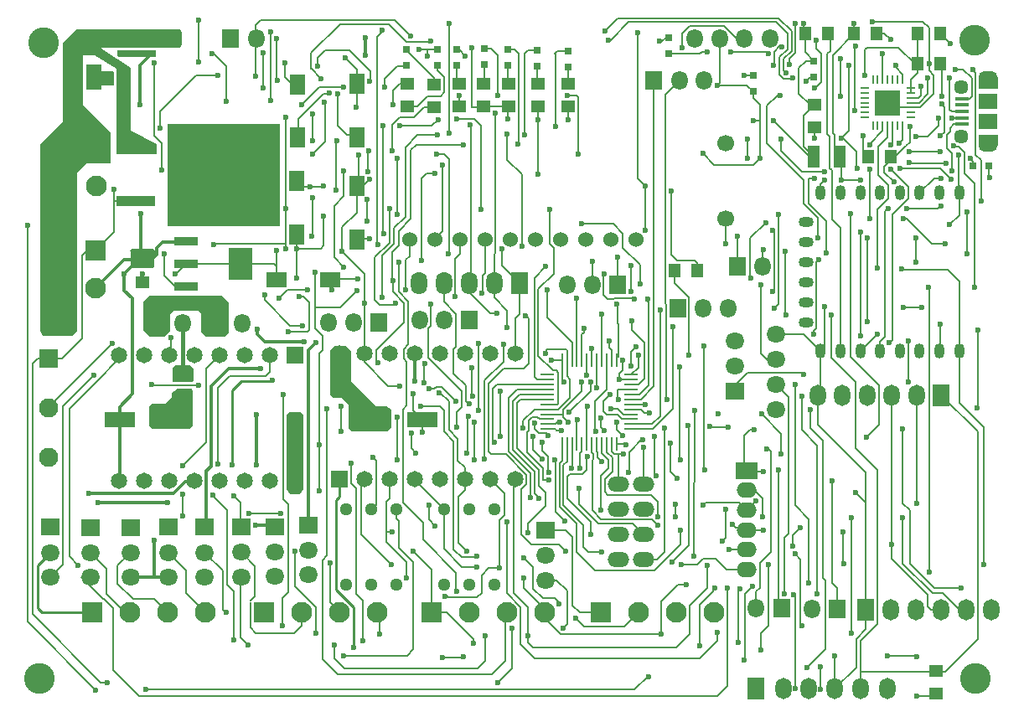
<source format=gtl>
G04*
G04 #@! TF.GenerationSoftware,Altium Limited,Altium Designer,18.1.6 (161)*
G04*
G04 Layer_Physical_Order=1*
G04 Layer_Color=255*
%FSTAX24Y24*%
%MOIN*%
G70*
G01*
G75*
%ADD13C,0.0080*%
%ADD16R,0.0750X0.0590*%
%ADD17R,0.0530X0.0160*%
%ADD18O,0.0750X0.0480*%
%ADD19R,0.0787X0.0591*%
%ADD20R,0.0591X0.0787*%
%ADD21R,0.1240X0.0630*%
%ADD22R,0.0500X0.0870*%
%ADD23R,0.0500X0.0550*%
%ADD24R,0.1540X0.0390*%
%ADD25R,0.4510X0.4110*%
%ADD26R,0.0550X0.0500*%
%ADD27O,0.0800X0.0600*%
%ADD28R,0.0850X0.0650*%
%ADD29R,0.0315X0.0315*%
%ADD30R,0.0315X0.0315*%
%ADD31R,0.0630X0.1004*%
%ADD32R,0.0080X0.0380*%
%ADD33R,0.0380X0.0080*%
%ADD34O,0.0400X0.0600*%
%ADD35O,0.0600X0.0400*%
%ADD36O,0.0600X0.0400*%
%ADD37R,0.0580X0.0090*%
%ADD38R,0.0090X0.0580*%
%ADD39R,0.0980X0.1260*%
%ADD40R,0.0980X0.0350*%
%ADD55R,0.1000X0.1000*%
%ADD86C,0.0130*%
%ADD87C,0.0120*%
%ADD88C,0.0100*%
%ADD89C,0.0138*%
%ADD90C,0.0150*%
%ADD91C,0.0827*%
%ADD92R,0.0827X0.0827*%
%ADD93C,0.0570*%
%ADD94C,0.0240*%
%ADD95R,0.0827X0.0827*%
%ADD96O,0.0750X0.0650*%
%ADD97R,0.0750X0.0650*%
%ADD98O,0.0650X0.0750*%
%ADD99R,0.0650X0.0750*%
%ADD100C,0.1220*%
%ADD101C,0.0650*%
%ADD102R,0.0650X0.0650*%
%ADD103C,0.0600*%
%ADD104O,0.0860X0.0600*%
%ADD105C,0.0512*%
%ADD106C,0.0669*%
%ADD107O,0.0650X0.0900*%
%ADD108R,0.0650X0.0900*%
%ADD109O,0.0650X0.0850*%
%ADD110R,0.0650X0.0850*%
%ADD111O,0.0650X0.0850*%
%ADD112R,0.0650X0.0850*%
%ADD113C,0.0768*%
%ADD114R,0.0768X0.0768*%
%ADD115C,0.0236*%
%ADD116C,0.0240*%
G36*
X01455Y03467D02*
Y034175D01*
X01448Y03407D01*
X01137D01*
Y034022D01*
X01254Y033253D01*
X01254Y030745D01*
X013565Y03021D01*
Y029825D01*
X013545Y029805D01*
X011991Y029805D01*
X011965Y029846D01*
X011965Y033233D01*
X011109Y033756D01*
X01064D01*
X01064Y03176D01*
X011725Y030675D01*
X01173D01*
Y029445D01*
X010756D01*
X010396Y029085D01*
Y022785D01*
X010197Y022599D01*
X009039D01*
X008916Y022785D01*
Y030195D01*
X00941Y030675D01*
X011725D01*
X00941Y030675D01*
X00983Y031095D01*
Y034245D01*
X01036Y034775D01*
X010758D01*
X01076Y03478D01*
X01448D01*
X01455Y03467D01*
D02*
G37*
G36*
X01353Y033954D02*
Y033703D01*
X013515Y0337D01*
X012025D01*
X011995Y033769D01*
Y033928D01*
X01201Y033965D01*
X01349D01*
X01353Y033954D01*
D02*
G37*
G36*
X011875Y033065D02*
Y032595D01*
X011835Y032555D01*
X010997Y032555D01*
X010992Y033105D01*
X011835D01*
X011875Y033065D01*
D02*
G37*
G36*
X047015Y032436D02*
X046265D01*
Y032896D01*
X047015D01*
Y032436D01*
D02*
G37*
G36*
Y03014D02*
X046265D01*
Y0306D01*
X047015D01*
Y03014D01*
D02*
G37*
G36*
X013484Y025972D02*
X013471Y025315D01*
X013412Y025272D01*
X012551Y025278D01*
X012515Y025315D01*
Y025968D01*
X012509Y025974D01*
X012577Y026042D01*
X013409D01*
X013484Y025972D01*
D02*
G37*
G36*
X016437Y023925D02*
Y022715D01*
X016265Y022543D01*
X015507D01*
X015343Y022749D01*
Y023453D01*
X015219Y023577D01*
X014226Y023577D01*
X01408Y023431D01*
X01408Y022778D01*
X013862Y02256D01*
X013288D01*
X013041Y022807D01*
Y02394D01*
X013255Y024197D01*
X016164Y024197D01*
X016437Y023925D01*
D02*
G37*
G36*
X014888Y021433D02*
X015001Y021319D01*
X015046Y021274D01*
Y020807D01*
X014979Y020748D01*
X014231Y020748D01*
X01418Y020798D01*
X01418Y021312D01*
X014305Y021437D01*
X014888Y021433D01*
D02*
G37*
G36*
X015005Y020401D02*
Y019023D01*
X014889Y018874D01*
X013376D01*
X013258Y019023D01*
Y019227D01*
Y01975D01*
X013366Y019876D01*
X013907D01*
X014175Y020145D01*
Y020314D01*
X014413Y020481D01*
X014952D01*
X015005Y020401D01*
D02*
G37*
G36*
X02128Y022001D02*
Y020774D01*
X022264Y01979D01*
X022683D01*
X022883Y019641D01*
Y018963D01*
X022729Y018783D01*
X021342D01*
X02119Y018935D01*
Y0197D01*
Y01985D01*
X020929Y020111D01*
X020596D01*
X02047Y020259D01*
Y022001D01*
X020637Y0222D01*
X021072D01*
X02128Y022001D01*
D02*
G37*
G36*
X0194Y01945D02*
Y016484D01*
X01926Y016272D01*
X018859D01*
X01874Y016484D01*
Y019467D01*
X018831Y01957D01*
X01928D01*
X0194Y01945D01*
D02*
G37*
D13*
X041575Y009225D02*
X044915D01*
X01133Y0088D02*
X01159D01*
X00862Y01151D02*
X01133Y0088D01*
X00862Y01151D02*
Y0215D01*
X01646Y021D02*
X017901D01*
X01598Y02052D02*
X01646Y021D01*
X017901D02*
X01807Y021169D01*
X02418Y02144D02*
X02424Y0215D01*
X025708Y019743D02*
Y020373D01*
X024375Y021706D02*
X025708Y020373D01*
X024375Y021706D02*
Y022882D01*
X02418Y02073D02*
Y02144D01*
X026095Y02131D02*
X026105Y0213D01*
X02231Y0215D02*
Y02201D01*
X024888Y020568D02*
X02489Y02057D01*
X024691Y020568D02*
X024888D01*
X024608Y020485D02*
X024691Y020568D01*
X024405Y020485D02*
X024608D01*
X015542Y021302D02*
X01607Y02183D01*
X015542Y018352D02*
Y021302D01*
X014612Y017422D02*
X015542Y018352D01*
X01598Y0175D02*
Y02052D01*
X01579Y016229D02*
Y01624D01*
Y016229D02*
X01636Y015659D01*
X029687Y020753D02*
Y02162D01*
X031853Y0183D02*
X03227D01*
X023125Y033335D02*
X02351D01*
X02346Y02443D02*
X02347Y02442D01*
X01869Y02763D02*
X018705Y027645D01*
X020038Y018248D02*
Y021888D01*
X020175Y022025D01*
X01975Y026605D02*
Y02808D01*
X019715Y02657D02*
X01975Y026605D01*
X01911Y02604D02*
X01913Y02602D01*
X02008Y02607D02*
X02019Y02618D01*
X01914Y02607D02*
X02008D01*
X033274Y019074D02*
X033595Y019395D01*
Y02362D01*
X033838Y02009D02*
Y023825D01*
X03378Y023883D02*
X033838Y023825D01*
X032465Y022835D02*
Y02319D01*
Y022835D02*
X032978Y022322D01*
X032504Y024103D02*
X032553Y024054D01*
X031882Y023081D02*
Y023848D01*
X031865Y023865D02*
X031882Y023848D01*
X031766Y024103D02*
X032504D01*
X031717Y024054D02*
X031766Y024103D01*
X031511Y024054D02*
X031717D01*
X03186Y021707D02*
X03192Y021767D01*
X03186Y021647D02*
Y021707D01*
X031882Y023081D02*
X03192Y023043D01*
Y021767D02*
Y023043D01*
X04226Y028999D02*
Y03011D01*
X031335Y02423D02*
Y025115D01*
X03303Y024045D02*
X033138Y023937D01*
X020445Y024822D02*
X02054Y024727D01*
X031335Y02423D02*
X031511Y024054D01*
X032428Y02437D02*
Y025372D01*
X03761Y02188D02*
Y02463D01*
X031258Y021624D02*
Y023458D01*
Y021624D02*
X031262Y02162D01*
X011169Y03006D02*
Y030181D01*
X010329Y031021D02*
X011169Y030181D01*
X010329Y031021D02*
Y033909D01*
X01057Y01298D02*
X011437Y012113D01*
X01183Y009285D02*
Y011751D01*
X011468Y012113D02*
X01183Y011751D01*
X011437Y012113D02*
X011468D01*
X01183Y009285D02*
X012855Y00826D01*
X045587Y032015D02*
X045885D01*
X04Y022048D02*
X04002Y022028D01*
X029621Y010712D02*
X03363D01*
X02816Y01255D02*
Y01298D01*
X021055Y03366D02*
X02152Y033195D01*
X03196Y02086D02*
Y021077D01*
Y02086D02*
X031974Y020846D01*
X03196Y021077D02*
X03209Y021208D01*
X033355Y01711D02*
X03343Y017035D01*
X033355Y01711D02*
Y018575D01*
X03437Y01771D02*
Y02136D01*
Y01771D02*
X03441Y01767D01*
X034705Y019015D02*
X03473Y01899D01*
Y01426D02*
Y01899D01*
X03133Y020001D02*
X03158Y020251D01*
X03133Y01959D02*
Y020001D01*
X030982Y01879D02*
Y019989D01*
X031459Y020466D01*
Y02162D01*
X038195Y035075D02*
X038658Y034612D01*
X038342Y033675D02*
X038658Y033991D01*
Y034612D01*
X02352Y00986D02*
X02377Y01011D01*
X021005Y00986D02*
X02352D01*
X042657Y029478D02*
X04276D01*
X0422Y03462D02*
X042513D01*
X042755Y034378D01*
X02824Y0234D02*
X02835Y02329D01*
X02824Y0234D02*
X028261D01*
X0292Y026246D02*
Y02763D01*
X02952Y01988D02*
Y021137D01*
X029326Y021208D02*
X02945D01*
X02952Y021137D01*
X02505Y01227D02*
X025148Y012172D01*
X026292D02*
X02649Y01237D01*
X025148Y012172D02*
X026292D01*
X02319Y01417D02*
X02377Y01359D01*
Y01011D02*
Y01359D01*
X02349Y01298D02*
Y013584D01*
X0227Y014374D02*
X02349Y013584D01*
Y01298D02*
X023505Y012965D01*
X0217Y01468D02*
X0229Y01348D01*
X0217Y01468D02*
Y01675D01*
X024492Y011575D02*
Y013271D01*
X02375Y014013D02*
X024492Y013271D01*
X02557Y01434D02*
X02589Y01402D01*
X02557Y01434D02*
Y01619D01*
X02746Y017879D02*
X028275Y017064D01*
X026873Y017879D02*
X02746D01*
X02676Y017992D02*
X026873Y017879D01*
X03335Y01326D02*
X03439Y0143D01*
Y01484D01*
X033488Y01506D02*
X033495D01*
X033268Y01528D02*
X033488Y01506D01*
X031243Y01528D02*
X033268D01*
X03419Y01538D02*
Y0159D01*
Y015345D02*
Y01538D01*
X033238Y01627D02*
X033505Y016003D01*
Y01538D02*
Y016003D01*
X030985Y01326D02*
X03335D01*
X032178Y01103D02*
X032722Y011575D01*
X03056Y01103D02*
X032178D01*
X03024Y01135D02*
X03056Y01103D01*
X02972Y01095D02*
X0299Y01113D01*
X03193Y01789D02*
X03211D01*
X031758D02*
X03193D01*
X03211D02*
X03212Y0179D01*
X03193Y0167D02*
Y01789D01*
X031656Y017992D02*
Y0183D01*
Y017992D02*
X031758Y01789D01*
X033748Y01812D02*
Y018922D01*
X037177Y018845D02*
X037345D01*
X036946Y018614D02*
X037177Y018845D01*
X036946Y017306D02*
Y018614D01*
X037825Y021665D02*
X038185D01*
X03761Y02188D02*
X037825Y021665D01*
X038185D02*
X0382Y02165D01*
X0175Y03293D02*
Y034965D01*
X04141Y02926D02*
Y029919D01*
X04589Y02965D02*
X046035Y029505D01*
X0408Y03045D02*
X04109Y03074D01*
Y033361D01*
X040879Y03045D02*
X04141Y029919D01*
X0408Y03045D02*
X040879D01*
X02018Y02855D02*
Y02856D01*
X02015Y02852D02*
X02018Y02855D01*
X03938Y03271D02*
X03956Y03289D01*
X01966Y02852D02*
X02015D01*
X0367Y01249D02*
X03676Y01255D01*
X01986Y02371D02*
Y02513D01*
Y0229D02*
Y02371D01*
X019865Y023715D01*
X020865D01*
X02153Y02438D01*
X01986Y0229D02*
X020175Y022585D01*
X01887Y023D02*
X01935D01*
X01785Y02402D02*
X01887Y023D01*
X01785Y02402D02*
Y02423D01*
X01964Y02281D02*
Y02392D01*
X019575Y022745D02*
X01964Y02281D01*
X018795Y022745D02*
X019575D01*
X02858Y024897D02*
X029045Y025363D01*
X038115Y024435D02*
Y02679D01*
X02858Y02097D02*
Y024897D01*
X03779Y0339D02*
X03788Y03381D01*
X025185Y030665D02*
Y03505D01*
X01201Y01345D02*
X01252Y01396D01*
X01201Y01273D02*
Y01345D01*
Y01273D02*
X012617Y012123D01*
X01402Y01397D02*
X01474Y01325D01*
Y01234D02*
Y01325D01*
Y01234D02*
X0155Y01158D01*
X0162Y011695D02*
Y01324D01*
Y011695D02*
X016315Y01158D01*
X01547Y01397D02*
X0162Y01324D01*
X01636Y01269D02*
Y015659D01*
Y01269D02*
X016615Y012435D01*
X019337Y011067D02*
Y011575D01*
X01903Y01076D02*
X019337Y011067D01*
X017506Y01076D02*
X01903D01*
X017293Y010973D02*
X017506Y01076D01*
X017293Y010973D02*
Y012002D01*
X02815Y01297D02*
X02816Y01298D01*
X0169Y01059D02*
Y013D01*
Y01059D02*
X01719Y0103D01*
X012617Y012123D02*
X013457D01*
X01093Y01396D02*
X01156Y01333D01*
Y01232D02*
Y01333D01*
Y01232D02*
X0123Y01158D01*
X013457Y012123D02*
X014Y01158D01*
X029105Y023305D02*
Y024445D01*
X026525Y0243D02*
Y025003D01*
X02798Y02344D02*
Y02469D01*
X02783Y02329D02*
X02798Y02344D01*
X033138Y020628D02*
Y023937D01*
X032765Y020255D02*
X033138Y020628D01*
X03243Y019074D02*
X033274D01*
X03243Y018877D02*
X033304D01*
X036946Y017306D02*
X03702Y017232D01*
X03706Y017192D01*
X037698D01*
X028725Y029025D02*
Y031713D01*
X02112Y03059D02*
X02152D01*
X02434Y033995D02*
X02474D01*
X024005D02*
X02434D01*
Y03372D02*
Y033995D01*
X0246Y03259D02*
Y03285D01*
X02351Y03394D02*
X0246Y03285D01*
X02351Y03394D02*
Y033975D01*
X032565Y008515D02*
X033115Y009065D01*
X04017Y01013D02*
Y01284D01*
X039435Y009395D02*
X04017Y01013D01*
X04156Y00921D02*
Y01045D01*
Y00854D02*
Y00921D01*
X041575Y009225D01*
X044915D02*
X046222Y010532D01*
Y018777D01*
X044778Y02022D02*
X046222Y018777D01*
X04226Y028999D02*
X042665Y028594D01*
X042512Y029098D02*
X04289Y02872D01*
X04314Y02928D02*
X043168Y029252D01*
X044718D01*
X04348Y02998D02*
X04354Y02992D01*
X04473Y02991D02*
X04474Y02992D01*
X04348Y02991D02*
X04473D01*
X032823Y020058D02*
X03334Y020575D01*
Y03275D01*
X03805Y02437D02*
X038115Y024435D01*
X03756Y031165D02*
Y03178D01*
Y02965D02*
Y031165D01*
X037555Y03117D02*
X03756Y031165D01*
X03731Y03117D02*
X037555D01*
X026525Y025003D02*
X02662Y025098D01*
X03935Y03388D02*
X03971Y03352D01*
X03935Y03388D02*
Y03462D01*
X018778Y024408D02*
X019538D01*
X019565Y024435D01*
X031065Y020513D02*
Y02162D01*
X03106Y020519D02*
Y02053D01*
Y020519D02*
X031065Y020513D01*
X027215Y018595D02*
Y02038D01*
X02723Y020395D01*
X027089Y020649D02*
X02911D01*
X02692Y02048D02*
X027089Y020649D01*
X02692Y01844D02*
Y02048D01*
X02551Y031225D02*
X025513Y031228D01*
X02313Y027405D02*
Y02964D01*
X022433Y02383D02*
X023075D01*
X02282Y026301D02*
Y027665D01*
X02224Y025721D02*
X02282Y026301D01*
X02345Y027328D02*
Y03009D01*
X02301Y026888D02*
X02345Y027328D01*
X022552Y026678D02*
Y030912D01*
X02258Y03094D01*
X022552Y026678D02*
X02258Y02665D01*
X02489Y02057D02*
X02547Y01999D01*
X02518Y018852D02*
Y01999D01*
X02484Y02033D02*
X02518Y01999D01*
X0262Y0177D02*
Y019155D01*
X026195Y017695D02*
X0262Y0177D01*
X02312Y019348D02*
X023124Y019351D01*
X02312Y01766D02*
Y019348D01*
X01969Y03384D02*
X020848Y034998D01*
X01969Y033235D02*
Y03384D01*
Y033235D02*
X019692Y033238D01*
X0201Y03283D01*
X02277Y0206D02*
X023215D01*
X023512Y01981D02*
Y021569D01*
X02376Y019619D02*
Y0203D01*
X02405Y01979D02*
X024839D01*
X023369Y015945D02*
Y019667D01*
X02973Y02077D02*
X02976D01*
X02997Y01954D02*
X03082Y02039D01*
X02991Y01916D02*
X02993D01*
X023032Y035158D02*
X02366Y03453D01*
X017693Y035158D02*
X023032D01*
X0175Y034965D02*
X017693Y035158D01*
X018087Y031943D02*
Y0347D01*
Y031943D02*
X01809Y03194D01*
X018325Y032765D02*
Y03441D01*
Y032765D02*
X01835Y03274D01*
X01867Y0329D02*
Y03344D01*
X022785Y034998D02*
X023491Y034292D01*
X020848Y034998D02*
X022785D01*
X022525Y034695D02*
Y03476D01*
X022332Y034502D02*
X022525Y034695D01*
X03135Y025045D02*
Y0251D01*
X031335Y025115D02*
X03135Y0251D01*
X038309Y023869D02*
Y027409D01*
X03812Y02368D02*
X038309Y023869D01*
X03806Y02679D02*
X038115D01*
X040403Y023421D02*
Y023436D01*
Y021727D02*
Y023421D01*
X038547Y025963D02*
X03856Y02595D01*
X00842Y01121D02*
X01113Y0085D01*
X00842Y01121D02*
Y02698D01*
X011865Y02796D02*
Y028415D01*
Y026715D02*
Y02796D01*
X011866Y027961D02*
X012735D01*
X011865Y02796D02*
X011866Y027961D01*
X013455Y030555D02*
Y03347D01*
Y030555D02*
X01377Y03024D01*
X013695Y03087D02*
Y031505D01*
X01513Y03294D01*
X02993Y0312D02*
Y03172D01*
X029415Y030915D02*
Y033815D01*
X02941Y03382D02*
X029415Y033815D01*
X02941Y03382D02*
X02951Y03392D01*
X028725Y029025D02*
X028726Y029024D01*
X027525Y031685D02*
X02755Y03171D01*
X027525Y03121D02*
Y031685D01*
X01861Y016101D02*
X018812Y015899D01*
X01861Y016101D02*
Y020265D01*
X020175Y022025D02*
Y022585D01*
X020038Y01642D02*
Y018248D01*
X034756Y010731D02*
Y011841D01*
X034216Y010191D02*
X034756Y010731D01*
X033536Y010191D02*
X034216D01*
X02853Y01019D02*
X033535D01*
X033536Y010191D01*
X035455Y01347D02*
X03546Y013465D01*
Y012545D02*
Y013465D01*
X034756Y011841D02*
X03546Y012545D01*
X01312Y008525D02*
X01313Y008515D01*
X032565D01*
X0357Y01243D02*
Y01257D01*
X033115Y009012D02*
Y009065D01*
X01057Y01298D02*
X01093D01*
X012855Y00826D02*
X03586D01*
X036266Y008666D01*
X03363Y01201D02*
X03431Y01269D01*
X034645D01*
X02877Y018712D02*
X029048D01*
X02861Y018873D02*
X02877Y018712D01*
X029128Y017108D02*
Y017793D01*
X030667Y01724D02*
Y01779D01*
X0307D01*
X030982Y01879D02*
X03102D01*
X03056Y022725D02*
Y0229D01*
X030475Y02264D02*
X03056Y022725D01*
X030475Y02162D02*
Y02264D01*
X031656Y02162D02*
Y022014D01*
X03156Y02211D02*
X031656Y022014D01*
X03156Y02211D02*
Y022375D01*
X03378Y023883D02*
Y03218D01*
X032416Y021394D02*
Y021944D01*
Y021394D02*
X03242Y02139D01*
X032416Y021944D02*
X03262Y022148D01*
X043275Y02371D02*
X044007D01*
X044044Y023674D01*
X04Y022048D02*
X040122Y02217D01*
Y02375D01*
X04376Y02551D02*
Y026475D01*
X043229Y025225D02*
X045015D01*
X043184Y02527D02*
X043229Y025225D01*
X04326Y02725D02*
X0434D01*
X04438Y02627D01*
X04492D01*
X04579Y027485D02*
X04581Y027505D01*
X04579Y02584D02*
Y027485D01*
X04464Y02764D02*
X04476Y02776D01*
X04338Y02764D02*
X04464D01*
X0461Y02451D02*
Y02866D01*
X046133Y024512D02*
X046135Y02451D01*
X04581Y027505D02*
X045845D01*
X045698Y029762D02*
Y029902D01*
X045479Y030121D02*
X045698Y029902D01*
X045279Y030121D02*
X045479D01*
X045702Y029058D02*
X0461Y02866D01*
X045698Y029762D02*
X045702Y029759D01*
Y029058D02*
Y029759D01*
X04546Y028305D02*
X045485Y02828D01*
X04546Y028305D02*
Y0298D01*
X044035Y0351D02*
X04428Y034855D01*
Y03341D02*
Y034855D01*
Y033147D02*
Y03341D01*
Y033147D02*
X044468Y032959D01*
X033565Y034305D02*
X033665D01*
X033825Y034465D01*
X031905Y035235D02*
X038298D01*
X0314Y03473D02*
X031905Y035235D01*
X01298Y02471D02*
X01299Y02472D01*
Y02507D01*
X01114Y02599D02*
X011865Y026715D01*
X010785Y02599D02*
X01114D01*
X01059Y025795D02*
X010785Y02599D01*
X01059Y0225D02*
Y025795D01*
X032968Y019862D02*
X03298Y01985D01*
X03243Y019862D02*
X032968D01*
X0327Y02885D02*
Y03459D01*
Y02885D02*
X033Y02855D01*
X01723Y01552D02*
X01842D01*
X01459Y016258D02*
X014612Y01628D01*
X01459Y01541D02*
Y016258D01*
X032358Y017962D02*
X032908Y018512D01*
X028802Y019271D02*
X02911D01*
X028709Y019365D02*
X028802Y019271D01*
X028292Y018745D02*
X028372Y018825D01*
X02813Y019209D02*
X028585Y019665D01*
X02813Y01893D02*
Y019209D01*
X028372Y018825D02*
Y019225D01*
X028585Y019665D02*
X02911D01*
X028511Y019365D02*
X028709D01*
X028372Y019225D02*
X028511Y019365D01*
X02861Y018873D02*
Y019126D01*
X027892Y01813D02*
Y019912D01*
X027732Y018064D02*
Y020002D01*
X027572Y017997D02*
Y020112D01*
X027912Y020452D01*
X027572Y017997D02*
X028435Y017134D01*
X027732Y020002D02*
X027985Y020255D01*
X027732Y018064D02*
X028595Y017201D01*
X027892Y019912D02*
X028038Y020058D01*
X027892Y01813D02*
X028755Y017267D01*
X025932Y017962D02*
Y019367D01*
X02596Y019395D01*
X02234Y02153D02*
X02235D01*
X02231Y0215D02*
X02234Y02153D01*
X02479Y02033D02*
X02484D01*
X025375Y022068D02*
X025455Y022148D01*
X025375Y0211D02*
Y022068D01*
X026373Y019648D02*
Y022278D01*
X02183Y02154D02*
X02277Y0206D01*
X022528Y024128D02*
Y025783D01*
X02301Y026265D01*
X02184Y02389D02*
Y02506D01*
X02094Y02596D02*
X02184Y02506D01*
X01869Y02607D02*
Y02626D01*
X01587D02*
X01869D01*
X00927Y01977D02*
X01178Y02228D01*
X00927Y019728D02*
Y01977D01*
X02438Y015295D02*
X024645Y01503D01*
X02438Y015295D02*
Y01585D01*
X02319Y01417D02*
Y01522D01*
X0227Y014374D02*
Y01479D01*
X01842Y01552D02*
X01846Y01548D01*
X02062Y009767D02*
Y010285D01*
Y009767D02*
X021035Y009352D01*
X020158Y009727D02*
X020765Y00912D01*
X020158Y009727D02*
Y013665D01*
X044282Y013208D02*
X044295Y013195D01*
X044282Y013208D02*
Y024477D01*
X04021Y0259D02*
Y02717D01*
X045015Y025225D02*
X045485Y024755D01*
X042818Y022418D02*
Y027415D01*
X043281Y027878D01*
X043287D02*
X043453Y028043D01*
X043281Y027878D02*
X043287D01*
X032439Y021043D02*
X032718Y021322D01*
X03272Y02132D01*
Y02183D01*
X034745Y021805D02*
Y024109D01*
X032978Y020889D02*
Y022322D01*
X032738Y020649D02*
X032978Y020889D01*
X03025Y021648D02*
Y0241D01*
Y021648D02*
X030278Y02162D01*
X031065Y017978D02*
X031098Y017945D01*
Y017754D02*
Y017945D01*
Y017754D02*
X031262Y01759D01*
X033304Y018877D02*
X03411Y019684D01*
X034255Y01692D02*
X03426D01*
X03399Y017185D02*
X034255Y01692D01*
X03399Y017185D02*
Y01831D01*
X033748Y018922D02*
X03375Y018924D01*
X034945Y013835D02*
X03497Y01961D01*
X03492Y01381D02*
X034945Y013835D01*
X03405Y01358D02*
X03473Y01426D01*
X038535Y014561D02*
X03871Y014736D01*
X038535Y012325D02*
Y014561D01*
X036722Y015955D02*
X03702Y015657D01*
X035385Y015955D02*
X036722D01*
X0353Y01587D02*
X035385Y015955D01*
X026105Y0213D02*
Y02131D01*
Y020205D02*
Y0213D01*
Y020205D02*
X02612Y02019D01*
X02636Y019635D02*
X026373Y019648D01*
X0266Y0177D02*
Y020815D01*
X02676Y017992D02*
Y020695D01*
X025868Y019992D02*
X02598Y01988D01*
X025868Y019992D02*
Y020607D01*
X025512Y019547D02*
X025708Y019743D01*
X025512Y018942D02*
Y019547D01*
X025375Y0211D02*
X025868Y020607D01*
X02815Y021295D02*
X02835Y021495D01*
X02736Y021295D02*
X02815D01*
X02676Y020695D02*
X02736Y021295D01*
X02835Y021495D02*
Y02329D01*
X02735Y021565D02*
Y02227D01*
X0266Y020815D02*
X02735Y021565D01*
X044718Y029252D02*
X04516Y02881D01*
X02462Y02642D02*
X024938Y026738D01*
X04512Y03085D02*
X045276Y031006D01*
X04512Y030707D02*
Y03085D01*
X045012Y030599D02*
X04512Y030707D01*
X045012Y030051D02*
Y030599D01*
X012125Y03383D02*
X013359D01*
X013369Y03382D01*
X011094Y032905D02*
X01159D01*
X01107Y032881D02*
X011094Y032905D01*
X011086Y034259D02*
X014054D01*
X012075Y030699D02*
Y03327D01*
X011086Y034259D02*
X012075Y03327D01*
X01107Y034259D02*
X011086D01*
X010329Y033909D02*
X010679Y034259D01*
X01107D01*
X012075Y030699D02*
X012735Y030039D01*
X014054Y034259D02*
X01436Y034565D01*
X04024Y033815D02*
X04035Y033925D01*
X04024Y030625D02*
Y033815D01*
Y030625D02*
X04034Y030525D01*
X04045Y03377D02*
X0413Y03462D01*
X04045Y03067D02*
Y03377D01*
Y03067D02*
X04052Y0306D01*
X031485Y01627D02*
X033238D01*
X03138Y016375D02*
X031485Y01627D01*
X03138Y016375D02*
Y016888D01*
X029997Y017082D02*
X030509D01*
X029901Y016986D02*
X029997Y017082D01*
X029901Y01611D02*
Y016986D01*
X030509Y017082D02*
X030667Y01724D01*
X029581Y017504D02*
X029687Y017611D01*
X029581Y015789D02*
Y017504D01*
X029741Y017438D02*
X029884Y017581D01*
X030088Y011866D02*
Y014597D01*
X029835Y01485D02*
X030088Y014597D01*
X02903Y01485D02*
X029835D01*
X01907Y01683D02*
Y019381D01*
X013375Y020645D02*
X013393Y020627D01*
X015244D01*
X018812Y012382D02*
Y015899D01*
X01857Y01214D02*
X018812Y012382D01*
X01907Y019381D02*
X019094Y019357D01*
Y01929D02*
Y019357D01*
X02089Y018778D02*
Y01978D01*
X02089Y01978D01*
X01407Y02183D02*
X014115Y021875D01*
Y022513D01*
X01386Y02499D02*
X014292Y024558D01*
X01474D01*
X01459Y02308D02*
X014631Y023121D01*
X025185Y030665D02*
X02519Y03066D01*
X01522Y03349D02*
Y03515D01*
X024422Y034292D02*
X02445Y03432D01*
X04128Y03464D02*
Y03503D01*
X03931Y03466D02*
Y03502D01*
Y03466D02*
X03935Y03462D01*
X03706Y02964D02*
Y03042D01*
Y0296D02*
Y02964D01*
X038298Y035235D02*
X038818Y034715D01*
X045276Y031006D02*
X04558D01*
X045152Y031262D02*
X045587D01*
X04519Y03151D02*
X045587D01*
X04558Y032022D02*
X045587Y032015D01*
X045885D02*
X045985Y032115D01*
Y032845D01*
X04525Y03015D02*
X045279Y030121D01*
X045198Y029168D02*
Y029865D01*
X045012Y030051D02*
X045198Y029865D01*
X045153Y03126D02*
X045188D01*
X044888Y030701D02*
Y031686D01*
X04511Y03159D02*
Y03285D01*
Y03159D02*
X04519Y03151D01*
X04479Y031784D02*
Y03181D01*
X043916Y031673D02*
X044468Y032226D01*
X04423Y032214D02*
Y03286D01*
X043886Y03187D02*
X04423Y032214D01*
X04396Y03217D02*
Y03252D01*
X043857Y032067D02*
X04396Y03217D01*
X04478Y03213D02*
Y03337D01*
X04479Y031784D02*
X044888Y031686D01*
X04465Y03094D02*
Y03125D01*
X044235Y030525D02*
X04465Y03094D01*
X045152Y031262D02*
X045153Y03126D01*
X044739Y030553D02*
X044888Y030701D01*
X046145Y029795D02*
Y033065D01*
X04563Y0332D02*
X045985Y032845D01*
X046145Y029795D02*
X04636Y02958D01*
X04602Y03319D02*
X046145Y033065D01*
X02202Y02881D02*
X02203D01*
X021773Y028563D02*
X02202Y02881D01*
X02152Y028563D02*
X021773D01*
X04204Y0351D02*
X044035D01*
X032358Y017184D02*
Y017962D01*
X03232Y017146D02*
X032358Y017184D01*
X0307Y01778D02*
Y01779D01*
X030868Y017948D02*
Y0183D01*
Y017948D02*
X030938Y017879D01*
Y017681D02*
Y017879D01*
X031065Y017978D02*
Y0183D01*
X031262Y017927D02*
Y0183D01*
Y017927D02*
X03152Y017669D01*
X030475Y017992D02*
Y0183D01*
X03041Y017927D02*
X030475Y017992D01*
X03041Y01732D02*
Y017927D01*
X03005Y01733D02*
X030081Y017361D01*
Y0183D01*
X02916Y01714D02*
Y01717D01*
X029128Y017108D02*
X02916Y01714D01*
X028292Y017956D02*
X028915Y017333D01*
Y016875D02*
Y017333D01*
X028755Y016625D02*
Y017267D01*
X028595Y016332D02*
Y017201D01*
X028435Y016165D02*
Y017134D01*
X028275Y016696D02*
Y017064D01*
X02894Y01685D02*
X02917D01*
X028915Y016875D02*
X02894Y01685D01*
X029421Y015599D02*
Y017639D01*
X029741Y015855D02*
Y017438D01*
X03035Y015889D02*
X031119Y01512D01*
X03035Y015889D02*
Y01651D01*
X029901Y01611D02*
X03082Y015191D01*
X030542Y0142D02*
Y015054D01*
X029741Y015855D02*
X030542Y015054D01*
X030265Y01398D02*
Y015105D01*
X029581Y015789D02*
X030265Y015105D01*
X03088Y017624D02*
X030938Y017681D01*
X03088Y01747D02*
Y017624D01*
X03152Y01732D02*
Y017669D01*
X03168Y017188D02*
Y017742D01*
X029884Y017581D02*
Y0183D01*
X029687Y017611D02*
Y0183D01*
X0294Y01766D02*
X029421Y017639D01*
X02889Y018032D02*
X029128Y017793D01*
X02853Y018055D02*
X02889Y017695D01*
X031459Y017963D02*
Y0183D01*
Y017963D02*
X03168Y017742D01*
X03243Y020649D02*
X032738D01*
X031974Y020846D02*
X03243D01*
X03191Y020092D02*
Y020452D01*
Y020092D02*
X031942Y02006D01*
X03191Y020452D02*
X03243D01*
X02692Y01844D02*
X027012Y018348D01*
X02853Y018055D02*
Y0186D01*
X029048Y018712D02*
X02913Y01863D01*
X028292Y017956D02*
Y018745D01*
X02889Y018032D02*
Y01834D01*
X029477Y01882D02*
X02966D01*
X028038Y020058D02*
X02911D01*
X029559Y01914D02*
X029594D01*
X028079Y0165D02*
X028275Y016696D01*
X03911Y03223D02*
Y03324D01*
Y03223D02*
X03956Y03178D01*
X03911Y03324D02*
X03939Y03352D01*
X04519Y02916D02*
X045198Y029168D01*
X03082Y02039D02*
Y02074D01*
X03133Y01959D02*
X031478Y019442D01*
X03046Y02077D02*
X03047Y02076D01*
Y020377D02*
Y02076D01*
X029732Y019639D02*
X03047Y020377D01*
X029884Y020983D02*
X03Y020867D01*
Y020133D02*
Y020867D01*
X029531Y019665D02*
X03Y020133D01*
X029884Y020983D02*
Y02162D01*
X0297Y02074D02*
X02973Y02077D01*
X03186Y01887D02*
Y01915D01*
X032076Y019271D02*
X03243D01*
X031905Y019442D02*
X032076Y019271D01*
X032122Y019468D02*
X03243D01*
X03191Y01968D02*
X032122Y019468D01*
X031478Y019442D02*
X031905D01*
X031619Y01968D02*
X03191D01*
X02615Y01036D02*
Y01052D01*
X025095Y011575D02*
X02615Y01052D01*
X024492Y011575D02*
X025095D01*
X04436Y01169D02*
X04477D01*
X04422Y01183D02*
X04436Y01169D01*
X04422Y01183D02*
Y0123D01*
X045499Y01169D02*
X04577D01*
X044839Y01235D02*
X045499Y01169D01*
X04442Y01235D02*
X044839D01*
X04324Y01353D02*
X04442Y01235D01*
X04454Y00825D02*
X04455Y00824D01*
X04378Y00825D02*
X04454D01*
X04378Y00984D02*
X04379Y00983D01*
X04262Y00984D02*
X04378D01*
X04053Y00986D02*
X04054Y00985D01*
Y00854D02*
Y00985D01*
Y00854D02*
X04138Y00938D01*
Y010525D01*
X04177Y010915D01*
Y01169D01*
X039973Y020336D02*
Y021981D01*
X039857Y02022D02*
X039973Y020336D01*
X039857Y019053D02*
Y02022D01*
Y019053D02*
X04177Y01714D01*
X039973Y021981D02*
X04002Y022028D01*
X039294Y02266D02*
X039973Y021981D01*
X0382Y02266D02*
X039294D01*
X04177Y01595D02*
Y01714D01*
X04137Y01635D02*
X04177Y01595D01*
Y01169D02*
Y01595D01*
X037312Y029402D02*
X03756Y02965D01*
X035302Y02984D02*
X03574Y029402D01*
X037312D01*
X03838Y02996D02*
X03922Y02912D01*
X03838Y02996D02*
Y03043D01*
X03922Y02912D02*
X04012D01*
X03931Y03013D02*
X03971Y02973D01*
X03931Y03013D02*
Y03135D01*
X03953Y02973D02*
X03971D01*
X03809Y03117D02*
X03953Y02973D01*
X029846Y02205D02*
X029884Y022012D01*
Y02162D02*
Y022012D01*
X02357Y022249D02*
Y023963D01*
X023385Y022064D02*
X02357Y022249D01*
X02319Y024343D02*
X02357Y023963D01*
X023385Y021696D02*
Y022064D01*
X023369Y019667D02*
X023512Y01981D01*
X023385Y021696D02*
X023512Y021569D01*
X02034Y013847D02*
Y01753D01*
X020158Y013665D02*
X02034Y013847D01*
X01988Y01077D02*
Y0118D01*
X02383Y016838D02*
X024995Y015673D01*
X023369Y015945D02*
X02415Y015164D01*
Y01448D02*
Y015164D01*
Y01448D02*
X02547Y01316D01*
X02308Y015658D02*
X023095Y015673D01*
X02308Y01533D02*
Y015658D01*
Y01533D02*
X02319Y01522D01*
X023095Y015673D02*
X02319Y015578D01*
X02942Y018877D02*
X029477Y01882D01*
X02911Y018877D02*
X02942D01*
X029832Y019238D02*
X02991Y01916D01*
X029832Y019238D02*
Y019238D01*
X029732Y019338D02*
X029832Y019238D01*
X029732Y019338D02*
Y019448D01*
X02911Y019468D02*
X029712D01*
X030265Y01398D02*
X030985Y01326D01*
X04324Y01593D02*
X04352Y01565D01*
Y01352D02*
Y01565D01*
Y01352D02*
X04449Y01255D01*
X04281Y01371D02*
X04422Y0123D01*
X04281Y01371D02*
Y0143D01*
X04324Y01353D02*
Y01534D01*
X03088Y01747D02*
X030882Y017469D01*
Y015641D02*
Y017469D01*
Y015641D02*
X031243Y01528D01*
X03122Y01702D02*
X03152Y01732D01*
X03122Y01564D02*
Y01702D01*
X03138Y016888D02*
X03168Y017188D01*
X029712Y019468D02*
X029732Y019448D01*
X030672Y021052D02*
Y02162D01*
X03065Y02103D02*
X030672Y021052D01*
X025375Y014095D02*
Y018402D01*
X025Y018777D02*
X025375Y018402D01*
Y014095D02*
X025698Y013772D01*
X025535Y017635D02*
Y018497D01*
Y017635D02*
X02583Y01734D01*
Y01688D02*
Y01734D01*
X02557Y01619D02*
X02584Y01646D01*
Y01687D01*
X02583Y01688D02*
X02584Y01687D01*
X02518Y018852D02*
X025535Y018497D01*
X008817Y021697D02*
X00927D01*
X00862Y0215D02*
X008817Y021697D01*
X009787D02*
X01059Y0225D01*
X00927Y021697D02*
X009787D01*
X036266Y008666D02*
Y012554D01*
X035857Y010447D02*
Y010769D01*
X03517Y00976D02*
X035857Y010447D01*
X02861Y00976D02*
X03517D01*
X02832Y0104D02*
X02853Y01019D01*
X03363Y01072D02*
Y01201D01*
X02224Y024023D02*
Y025721D01*
Y024023D02*
X022433Y02383D01*
X02183Y02154D02*
Y02188D01*
X02874Y021793D02*
X029326Y021208D01*
X029502Y019862D02*
X02952Y01988D01*
X02911Y019862D02*
X029502D01*
X02911Y019665D02*
X029531D01*
X027912Y020452D02*
X02911D01*
X02876Y01612D02*
Y016167D01*
X028079Y014674D02*
Y0165D01*
X02776Y01235D02*
Y01681D01*
X02843Y01616D02*
X028435Y016165D01*
X028755Y016625D02*
X02903Y01635D01*
X028595Y016332D02*
X02876Y016167D01*
X028453Y0143D02*
X02957D01*
X028079Y014674D02*
X028453Y0143D01*
X03082Y01468D02*
Y015191D01*
X030742Y014D02*
X031262D01*
X030542Y0142D02*
X030742Y014D01*
X029421Y015599D02*
X02981Y01521D01*
X035802Y013728D02*
X036235Y013295D01*
X03506Y0135D02*
X035288Y013728D01*
X035802D01*
X03606Y01441D02*
X0362Y01455D01*
Y01568D01*
X0292Y026246D02*
X02935Y026096D01*
Y02507D02*
Y026096D01*
X02874Y02446D02*
X02935Y02507D01*
X02809Y02615D02*
Y02901D01*
X0275Y0296D02*
X02809Y02901D01*
X0275Y0296D02*
Y03063D01*
X027042Y025892D02*
Y031448D01*
X027027Y031463D02*
X027042Y031448D01*
X025005Y032286D02*
Y032885D01*
X02474Y03315D02*
X025005Y032885D01*
X02474Y03315D02*
Y033365D01*
X027955Y030235D02*
Y033835D01*
X027809Y033981D02*
X027955Y033835D01*
X02753Y033981D02*
X027809D01*
X028335Y03395D02*
X02871D01*
X02821Y033825D02*
X028335Y03395D01*
X02821Y030598D02*
Y033825D01*
X02951Y03392D02*
X029915D01*
X03034Y029811D02*
Y0321D01*
X03027Y03217D02*
X03034Y0321D01*
X02989Y03217D02*
X03027D01*
X02362Y02577D02*
Y02642D01*
X02346Y02561D02*
X02362Y02577D01*
X02346Y02443D02*
Y02561D01*
X02292Y02996D02*
Y031D01*
X02322Y0313D01*
X023809D01*
X024199Y03169D01*
X02324Y03263D02*
X02353D01*
X022975Y032365D02*
X02324Y03263D01*
X022975Y031785D02*
Y032365D01*
X02297Y03178D02*
X022975Y031785D01*
X02428Y02904D02*
X02463D01*
X02408Y02884D02*
X02428Y02904D01*
X02408Y0256D02*
Y02884D01*
X024938Y026738D02*
Y029382D01*
X024982Y029828D02*
X02519Y02962D01*
X03626Y01256D02*
X036266Y012554D01*
X02712Y00878D02*
X02768Y00934D01*
X016615Y010495D02*
Y012435D01*
X030672Y019782D02*
X03069Y0198D01*
X03378Y03218D02*
X03435Y03275D01*
X03402Y02583D02*
X03426Y02559D01*
X03402Y02583D02*
Y02837D01*
X03506Y02518D02*
Y0255D01*
X03497Y02559D02*
X03506Y0255D01*
X03426Y02559D02*
X03497D01*
X034155Y025175D02*
X03416Y02518D01*
X034155Y024699D02*
Y025175D01*
Y024699D02*
X034745Y024109D01*
X04532Y0332D02*
X04563D01*
X043555Y032773D02*
X04383Y033048D01*
X043555Y032461D02*
Y032773D01*
X04383Y033048D02*
Y03342D01*
X044468Y032226D02*
Y032959D01*
X043555Y03187D02*
X043886D01*
X043555Y031673D02*
X043916D01*
X043555Y032067D02*
X043857D01*
X04076Y03213D02*
Y033609D01*
X04173Y03294D02*
X04174Y03293D01*
X04052Y02994D02*
X04073Y02973D01*
X04052Y02994D02*
Y0306D01*
X043378Y030158D02*
X043515Y030295D01*
Y030925D01*
X043753Y030525D02*
X044235D01*
X04133Y031549D02*
Y03411D01*
X04174Y03297D02*
Y03398D01*
X04183Y03407D01*
X043064D01*
X04244Y032788D02*
Y03382D01*
Y032788D02*
X042443Y032785D01*
X043064Y03407D02*
X043714Y03342D01*
X04383D01*
X042951Y033283D02*
Y033366D01*
X04448Y02885D02*
X04475D01*
X042837Y031673D02*
X043555D01*
X03956Y03289D02*
X03971D01*
X03956Y03178D02*
X03974D01*
X03939Y03352D02*
X03971D01*
X038822Y032832D02*
X03886Y03287D01*
X03874Y03338D02*
Y033621D01*
X038342Y032981D02*
X038491Y032832D01*
X038502Y033609D02*
X038818Y033925D01*
X038502Y033158D02*
X03859Y03307D01*
X038502Y033158D02*
Y033609D01*
X038342Y032981D02*
Y033675D01*
X03859Y03307D02*
X038611D01*
X03641Y0339D02*
X03779D01*
X03525D02*
X03545D01*
X035172Y033822D02*
X03525Y0339D01*
X038118Y033895D02*
X038343Y03412D01*
X038118Y033375D02*
Y033895D01*
X038102Y033358D02*
X038118Y033375D01*
X038491Y032832D02*
X038822D01*
X038262Y032158D02*
X038378D01*
X038363Y0341D02*
X03842D01*
X038818Y033925D02*
Y034715D01*
X038978Y033859D02*
Y035002D01*
X03895Y03503D02*
X038978Y035002D01*
X038343Y03412D02*
X038363Y0341D01*
X032335Y035075D02*
X038195D01*
X031618Y034358D02*
X032335Y035075D01*
X03154Y034358D02*
X031618D01*
X023491Y034292D02*
X024422D01*
X02608Y0317D02*
X02609Y03171D01*
Y03407D01*
X03186Y01887D02*
X0321Y01863D01*
X03122Y01896D02*
X03135Y01883D01*
X03122Y01896D02*
Y01931D01*
X030672Y0183D02*
Y019782D01*
X03717Y02492D02*
X0372Y02489D01*
X03717Y02492D02*
Y02648D01*
X03779Y0271D01*
X03928Y02787D02*
Y0288D01*
X03784Y03024D02*
X03928Y0288D01*
X03784Y03024D02*
Y03174D01*
X03826Y03216D01*
X03729Y03205D02*
X03756Y03178D01*
X03974Y03245D02*
X039769D01*
X042951Y033283D02*
X043231Y033003D01*
Y032785D02*
Y033003D01*
X0459Y02966D02*
X04594D01*
X04589Y02965D02*
X0459Y02966D01*
X044249Y02451D02*
X044282Y024477D01*
X02889Y011473D02*
X028992Y011575D01*
X02889Y011443D02*
Y011473D01*
Y011443D02*
X029621Y010712D01*
X02903Y02188D02*
X02906Y02191D01*
Y02205D01*
X029846D01*
X03209Y0216D02*
X03211Y02162D01*
X03209Y021208D02*
Y0216D01*
X029687Y020753D02*
X0297Y02074D01*
X02925Y02162D02*
X029687D01*
X029732Y019488D02*
Y019639D01*
X029712Y019468D02*
X029732Y019488D01*
X03656Y02039D02*
Y02062D01*
X037055Y021115D01*
X039265D01*
X03931Y02107D01*
X03532Y01729D02*
Y02218D01*
X03243Y021043D02*
X032439D01*
X02698Y02469D02*
Y02583D01*
X027042Y025892D01*
X02728Y02539D02*
Y02604D01*
Y02539D02*
X02798Y02469D01*
X029527Y019171D02*
X029559Y01914D01*
X02943Y019074D02*
X029527Y019171D01*
X02911Y019074D02*
X02943D01*
X03532Y01729D02*
X03536Y01725D01*
X03694Y01495D02*
X03702Y01487D01*
X0366Y01495D02*
X03694D01*
X03646Y01509D02*
X0366Y01495D01*
X03375Y01399D02*
Y018118D01*
X03251Y01512D02*
X03293Y0147D01*
X031119Y01512D02*
X03251D01*
X039165Y011105D02*
Y013695D01*
X03895Y01391D02*
X039165Y013695D01*
X03632Y0141D02*
X036337Y014083D01*
X03702D01*
X03886Y01423D02*
Y01466D01*
X03951Y01277D02*
Y0153D01*
X03895Y01586D02*
X03951Y0153D01*
X03895Y01586D02*
Y02066D01*
X03871Y014736D02*
Y02016D01*
X03828Y01189D02*
Y01726D01*
X03886Y01466D02*
X03917Y01497D01*
X03828Y01189D02*
X03842Y01175D01*
X03971Y02265D02*
Y022791D01*
X039813Y022894D01*
Y025533D01*
X0399Y02562D01*
X03801Y014D02*
Y017986D01*
X03755Y01354D02*
X03801Y014D01*
X03705Y01484D02*
X0377D01*
X03702Y01487D02*
X03705Y01484D01*
X04085Y01356D02*
Y01479D01*
Y01356D02*
X04088Y01353D01*
X04449Y01255D02*
X04556D01*
X03447Y03406D02*
Y034619D01*
X033953Y033822D02*
X035172D01*
X03394Y033835D02*
X033953Y033822D01*
X03447Y034619D02*
X034766Y034915D01*
X036144D01*
X036639Y03442D01*
X03694D01*
X03874Y033621D02*
X038978Y033859D01*
X03826Y03216D02*
X038262Y032158D01*
X04133Y03411D02*
X04135Y03413D01*
X0398Y034005D02*
Y03437D01*
X03974Y03046D02*
Y03088D01*
X039973Y028633D02*
X04014Y0288D01*
X03973Y02885D02*
X03974Y02884D01*
X03951Y02885D02*
X03973D01*
X03951Y02787D02*
Y02885D01*
Y02787D02*
X04021Y02717D01*
X03987Y0265D02*
Y02728D01*
X03928Y02787D02*
X03987Y02728D01*
X01995Y03332D02*
X01996Y03333D01*
X02024Y03189D02*
X02026Y03187D01*
Y03032D02*
Y03187D01*
X01977Y02983D02*
X02026Y03032D01*
X019373Y02852D02*
X01966D01*
X01913Y028763D02*
X019373Y02852D01*
X018327Y025353D02*
Y025993D01*
Y02483D02*
Y025353D01*
X01832Y026D02*
X018327Y025993D01*
X04254Y02257D02*
Y02754D01*
X04265Y02765D01*
X04183Y02317D02*
Y02648D01*
X042246Y0253D02*
Y027624D01*
X04156Y0226D02*
Y02673D01*
X04115Y02176D02*
Y02745D01*
X04076Y021981D02*
Y026896D01*
X03856Y02345D02*
Y02595D01*
X02231Y02201D02*
X02341Y02311D01*
X03056Y0229D02*
X03057D01*
X033838Y02009D02*
X033858Y02007D01*
X03411Y019684D02*
Y02297D01*
X033748Y01812D02*
X03375Y018118D01*
X030278Y0183D02*
Y019238D01*
X03028Y01924D01*
X0259Y01793D02*
X025932Y017962D01*
X030868Y02162D02*
X03087Y021622D01*
Y0221D01*
X02341Y02311D02*
Y023887D01*
X02295Y024347D02*
X02341Y023887D01*
X02295Y024347D02*
Y02479D01*
X02307Y023835D02*
Y02389D01*
Y023835D02*
X023075Y02383D01*
X02345Y02442D02*
X02347D01*
X024475Y022982D02*
Y023865D01*
X02447Y02387D02*
X024475Y023865D01*
X02319Y024343D02*
Y025515D01*
X02367Y02724D02*
Y02998D01*
X02319Y02676D02*
X02367Y02724D01*
X02319Y02619D02*
Y02676D01*
X02301Y026265D02*
Y026888D01*
X026208Y031228D02*
X02647Y030966D01*
Y02763D02*
Y030966D01*
X025513Y031228D02*
X026208D01*
X02322Y03096D02*
X02451D01*
X02475Y0312D01*
X02345Y03009D02*
X02394Y03058D01*
X023881Y030191D02*
X02576D01*
X02394Y03058D02*
X02472D01*
X024375Y022882D02*
X024475Y022982D01*
X02918Y02763D02*
X0292D01*
X02605Y02476D02*
Y03098D01*
X02698Y02412D02*
Y02469D01*
X02783Y02188D02*
Y02329D01*
X02874Y021793D02*
Y02446D01*
X0275Y02293D02*
Y0236D01*
X02698Y02412D02*
X0275Y0236D01*
X02683Y02348D02*
X027105D01*
X02598Y02433D02*
X02683Y02348D01*
X03346Y0137D02*
X03375Y01399D01*
X02903Y01582D02*
Y01635D01*
X02832Y01511D02*
X02903Y01582D01*
X028704Y020846D02*
X02911D01*
X02858Y02097D02*
X028704Y020846D01*
X032814Y019665D02*
X032969Y01951D01*
X03243Y019665D02*
X032814D01*
X04264Y03187D02*
X042837Y031673D01*
X04264Y03049D02*
Y030955D01*
X04226Y03011D02*
X04264Y03049D01*
X042443Y030738D02*
Y030955D01*
X04194Y030235D02*
X042443Y030738D01*
X022332Y026228D02*
Y034502D01*
Y026228D02*
X02235Y02621D01*
X02498Y02394D02*
Y02469D01*
X025455Y022148D02*
Y023465D01*
X02498Y02394D02*
X025455Y023465D01*
X022932Y024808D02*
X02295Y02479D01*
X022932Y024808D02*
Y025932D01*
X02319Y02619D01*
X02519Y02589D02*
Y02962D01*
X02551Y01894D02*
X025512Y018942D01*
X025Y018777D02*
Y019628D01*
X024839Y01979D02*
X025Y019628D01*
X02369Y01811D02*
X02387Y01793D01*
X021533Y02645D02*
X02204D01*
X02152Y026437D02*
X021533Y02645D01*
X02194Y02717D02*
Y02801D01*
X021845Y021895D02*
Y02388D01*
X020463Y02484D02*
X02157D01*
X02094Y02596D02*
Y02691D01*
X02063Y02571D02*
Y02777D01*
Y02571D02*
X02101Y02533D01*
X026253Y013772D02*
X026291Y01381D01*
X02598Y02433D02*
Y02469D01*
X026342Y009352D02*
X02664Y00965D01*
Y01064D01*
X027432Y009652D02*
Y011515D01*
X0269Y00912D02*
X027432Y009652D01*
X020765Y00912D02*
X0269Y00912D01*
X02832Y0104D02*
Y01064D01*
X04473Y03342D02*
X04478Y03337D01*
X04034Y029251D02*
Y030525D01*
Y029251D02*
X04042Y029171D01*
X03556Y01896D02*
Y01899D01*
Y01896D02*
X03558Y01894D01*
X03629D01*
X037615Y019495D02*
X03841Y0187D01*
X04622Y01973D02*
Y02282D01*
X04621Y01972D02*
X04622Y01973D01*
X03982Y012315D02*
X03984Y012335D01*
X0398Y034005D02*
X039997Y033807D01*
Y032679D02*
Y033807D01*
X039769Y03245D02*
X039997Y032679D01*
X03931Y03135D02*
X03974Y03178D01*
X04646Y01349D02*
Y01896D01*
X045485Y019935D02*
X04646Y01896D01*
X045485Y019935D02*
Y021981D01*
X04025Y03462D02*
X04035Y03452D01*
Y033925D02*
Y03452D01*
X04042Y027236D02*
Y029171D01*
X03585Y03256D02*
X03596Y03267D01*
Y03442D01*
X043555Y032264D02*
Y032461D01*
X04353Y02947D02*
X04496D01*
X04293Y02971D02*
X043232Y030012D01*
X04351Y02949D02*
X04353Y02947D01*
X04348Y02991D02*
Y02998D01*
X043377Y030158D02*
X043378D01*
X043232Y030013D02*
X043377Y030158D01*
X04311Y03025D02*
X043231Y030371D01*
X045155Y029195D02*
X04519Y02916D01*
X04391Y02828D02*
X04448Y02885D01*
X043232Y030012D02*
Y030013D01*
X04636Y02796D02*
Y02958D01*
X042665Y028043D02*
Y028594D01*
X042512Y029098D02*
Y029333D01*
X042657Y029478D01*
X04276D02*
Y02971D01*
Y02923D02*
X043453Y028537D01*
X0408Y0288D02*
X04156D01*
X04192Y02726D02*
Y02921D01*
X04141Y02926D02*
X04142D01*
X04276Y02971D02*
X04293D01*
X04166Y02991D02*
X04186Y02971D01*
X04166Y02991D02*
Y03054D01*
X04277Y03019D02*
X04278D01*
X043231Y030371D02*
Y030955D01*
X043453Y028043D02*
Y028537D01*
X04278Y03019D02*
X042837Y030247D01*
Y030955D01*
X04194Y03019D02*
Y030235D01*
X042246Y027624D02*
X042665Y028043D01*
X04192Y02921D02*
X04194Y02923D01*
X046035Y02935D02*
Y029505D01*
X027985Y020255D02*
X02911D01*
X032969Y01951D02*
X03315D01*
X03729Y03205D02*
Y032315D01*
X03585Y03256D02*
X037045D01*
X03729Y032315D01*
X02517Y02587D02*
X02519Y02589D01*
X042335Y022365D02*
X04254Y02257D01*
X04271Y02231D02*
X042818Y022418D01*
X042335Y021981D02*
Y022365D01*
X04324Y01593D02*
Y01889D01*
X043794Y015936D02*
X0438Y01593D01*
X043794Y015936D02*
Y02022D01*
X045485Y021981D02*
Y024755D01*
X041548Y021981D02*
X042215Y022648D01*
X039973Y02828D02*
Y028633D01*
X04073Y02973D02*
X0408Y02966D01*
Y02892D02*
Y02966D01*
X04042Y027236D02*
X04076Y026896D01*
X01807Y021169D02*
Y02183D01*
X04347Y02077D02*
Y0224D01*
X03702Y016445D02*
X037335D01*
X037648Y016132D01*
Y015388D02*
Y016132D01*
X03702Y015657D02*
X037037D01*
X0374Y01602D01*
X037906Y01809D02*
X03801Y017986D01*
X036235Y013295D02*
X03702D01*
X03444Y0135D02*
X03506D01*
X03856Y02345D02*
X03858Y02343D01*
X03666Y02537D02*
Y026535D01*
X036655Y02654D02*
X03666Y026535D01*
X03619Y02625D02*
Y02727D01*
Y02621D02*
Y02625D01*
X046665Y028905D02*
Y02935D01*
Y028905D02*
X04668Y02889D01*
X039165Y011105D02*
X03923Y01104D01*
X03888Y01228D02*
X03894D01*
X03896Y01226D01*
X0382Y02067D02*
X03871Y02016D01*
X03896Y00855D02*
Y01226D01*
X03841Y01788D02*
Y0187D01*
X04118Y01075D02*
Y01534D01*
X04042Y01275D02*
X04063Y01254D01*
X04042Y01275D02*
Y01683D01*
X04006Y01295D02*
X04017Y01284D01*
X03585Y010777D02*
X035857Y010769D01*
X02649Y01237D02*
Y01307D01*
X02676Y01334D01*
X0272D01*
X02504Y01221D02*
Y01226D01*
X02505Y01227D01*
X02547Y01245D02*
X02551Y01241D01*
X02547Y01245D02*
Y01316D01*
X025709Y01338D02*
X02631D01*
X02498Y014109D02*
X025709Y01338D01*
X03293Y0167D02*
Y01815D01*
X03784Y01809D02*
X037906D01*
X04063Y01172D02*
Y01254D01*
X03741Y01175D02*
Y012419D01*
X03755Y012559D01*
Y01354D01*
X036955Y009725D02*
Y012315D01*
X03693Y0097D02*
X036955Y009725D01*
Y012315D02*
X03726Y01262D01*
X0376Y01009D02*
Y010752D01*
X03791Y011062D01*
Y0135D01*
X0367Y0104D02*
Y01249D01*
X0357Y01257D02*
X03576D01*
X03515Y01188D02*
X0357Y01243D01*
X03515Y01024D02*
Y01188D01*
X03676Y01253D02*
Y01255D01*
X03984Y012335D02*
Y01822D01*
X04006Y01295D02*
Y01843D01*
X02941Y01214D02*
X02956Y01199D01*
Y01192D02*
Y01199D01*
X02947Y01287D02*
X0299Y01244D01*
Y01113D02*
Y01244D01*
X03038Y011575D02*
X031222D01*
X030088Y011866D02*
X03038Y011575D01*
X03922Y01884D02*
Y02018D01*
Y01884D02*
X03984Y01822D01*
X03047Y02705D02*
X03048Y02704D01*
X03174D01*
X03211Y02667D01*
Y0261D02*
Y02667D01*
Y0261D02*
X03279Y02542D01*
Y02467D02*
Y02542D01*
X032428Y025372D02*
Y025378D01*
X033825Y034465D02*
X03394D01*
X024726Y029828D02*
X024982D01*
X02367Y02998D02*
X023881Y030191D01*
X03293Y0137D02*
X03346D01*
X020453Y02483D02*
X020463Y02484D01*
X02184Y023885D02*
Y02389D01*
Y023885D02*
X021845Y02388D01*
X02183Y02188D02*
X021845Y021895D01*
X0194Y02416D02*
X01964Y02392D01*
X01924Y02416D02*
X0194D01*
X01913Y0249D02*
Y02602D01*
X02054Y02441D02*
Y024727D01*
X018775Y024405D02*
X018778Y024408D01*
X018765Y024405D02*
X018775D01*
X01844Y02408D02*
X018765Y024405D01*
X02376Y019619D02*
X024119Y01926D01*
X02369Y01811D02*
Y01871D01*
X02034Y01753D02*
Y0197D01*
X01911Y02604D02*
X01914Y02607D01*
X020445Y024822D02*
X020453Y02483D01*
X01752Y01744D02*
X017541Y017461D01*
X02816Y01255D02*
X028992Y011718D01*
Y011575D02*
Y011718D01*
X02892Y01214D02*
X02941D01*
X028525Y012535D02*
X02892Y01214D01*
X028525Y012535D02*
Y013385D01*
X02776Y01235D02*
X02832Y01179D01*
Y01064D02*
Y01179D01*
X02817Y01374D02*
X028525Y013385D01*
X02749Y012345D02*
X028035Y0118D01*
X02749Y0126D02*
Y015192D01*
X02749Y015192D01*
X02749Y012345D02*
Y0126D01*
X02904Y01287D02*
X02947D01*
X02903Y01286D02*
X02904Y01287D01*
X02903Y01286D02*
X0293D01*
X02548Y033988D02*
X025582D01*
X02584Y03373D01*
X04128Y03464D02*
X0413Y03462D01*
X024849Y03213D02*
X025005Y032286D01*
X01377Y02919D02*
Y03024D01*
X025698Y013772D02*
X026253D01*
X0272Y01334D02*
Y015253D01*
X027387Y01544D01*
X02739D02*
X0274Y01545D01*
X027387Y01544D02*
X02739D01*
X0274Y01545D02*
Y01631D01*
X02683Y01688D02*
X0274Y01631D01*
X02776Y01681D02*
X02783Y01688D01*
X02957Y0143D02*
X02984Y01403D01*
X028035Y010335D02*
X02861Y00976D01*
X028035Y010335D02*
Y0118D01*
X02768Y00934D02*
Y01095D01*
X03088Y02462D02*
Y02545D01*
X03189Y02462D02*
Y02571D01*
X03243Y020058D02*
X032823D01*
X03243Y020255D02*
X032765D01*
X03299Y02678D02*
Y02854D01*
X02398Y02469D02*
Y024921D01*
X024709Y029811D02*
X024726Y029828D01*
X02544Y02415D02*
Y02567D01*
X02562Y02585D01*
X03957Y01892D02*
Y01966D01*
Y01892D02*
X04006Y01843D01*
X02498Y014109D02*
Y015659D01*
X02177Y01046D02*
Y01204D01*
X02149Y01232D02*
X02177Y01204D01*
X02574Y0098D02*
X02576Y00982D01*
X02494Y0098D02*
X02574D01*
X021035Y009352D02*
X026342D01*
X02561Y03173D02*
Y03216D01*
X02608Y0317D02*
X02654D01*
X03692Y03295D02*
X036925Y032945D01*
X03729D01*
X02793Y03021D02*
X027955Y030235D01*
X029105Y023305D02*
X030081Y022329D01*
Y02162D02*
Y022329D01*
X02662Y025098D02*
Y02642D01*
X018705Y027645D02*
Y031285D01*
X01869Y02626D02*
Y02763D01*
X03767Y02601D02*
X03768Y02602D01*
X03767Y02537D02*
Y02601D01*
X02242Y01071D02*
Y011491D01*
X022337Y011575D02*
X02242Y011491D01*
X01821Y01506D02*
X01827Y015D01*
X01857Y01106D02*
Y01214D01*
X01846Y01548D02*
X01851Y01553D01*
X01906Y01262D02*
X01988Y0118D01*
X01906Y01262D02*
Y01403D01*
X01692Y01398D02*
X01747Y01343D01*
Y012219D02*
Y01343D01*
X017293Y012042D02*
X01747Y012219D01*
X01781Y03247D02*
Y03387D01*
X02094Y02691D02*
X02152Y02749D01*
Y028563D01*
X02063Y02777D02*
X021003Y028142D01*
Y029148D01*
X01914Y02607D02*
Y026627D01*
X02139Y01926D02*
X02219D01*
X02083Y02062D02*
X02219Y01926D01*
X02019Y02618D02*
Y02737D01*
X022095Y015673D02*
X022285Y015863D01*
Y017625D01*
X02215Y01776D02*
X022285Y017625D01*
X02129Y01673D02*
Y01753D01*
X020837Y011575D02*
Y011613D01*
X02046Y01199D02*
X020837Y011613D01*
X02046Y01199D02*
Y01357D01*
X02149Y01232D02*
Y01653D01*
X02129Y01673D02*
X02149Y01653D01*
X02197Y02913D02*
Y02996D01*
X02083Y02062D02*
Y02188D01*
X02562Y02585D02*
Y02642D01*
X02604Y03099D02*
X02605Y03098D01*
X02598Y02469D02*
X02605Y02476D01*
X022619Y032829D02*
X023125Y033335D01*
X022619Y032491D02*
Y032829D01*
X02207Y03271D02*
Y03313D01*
X02026Y03396D02*
X02124D01*
X01996Y03366D02*
X02026Y03396D01*
X01996Y03333D02*
Y03366D01*
X02559Y03171D02*
X02561Y03173D01*
X022619Y032491D02*
X02262Y03249D01*
X02152Y032613D02*
Y033195D01*
X02151Y0317D02*
X02152Y03171D01*
Y032613D01*
X01867Y0329D02*
X018967Y032603D01*
X02071Y03032D02*
X020734Y030344D01*
X02071Y02839D02*
Y03032D01*
X024199Y03169D02*
X0246D01*
X02152Y028563D02*
X02161Y028653D01*
Y02979D01*
X03996Y00853D02*
Y00941D01*
X02654Y0317D02*
X02655Y03171D01*
X020018Y032498D02*
X020928D01*
X020411Y032221D02*
X02043Y03224D01*
X020209Y032221D02*
X020411D01*
X01932Y0318D02*
X020018Y032498D01*
X02075Y03096D02*
Y03221D01*
X019207Y03122D02*
X020209Y032221D01*
X019207Y030514D02*
Y03122D01*
X01917Y030477D02*
X019207Y030514D01*
X01977Y03037D02*
Y03143D01*
X02124Y03396D02*
X02207Y03313D01*
X02152Y026437D02*
X021558D01*
X0228Y02188D02*
X02283D01*
X017804Y011542D02*
X017837Y011575D01*
X027432Y011515D02*
X027492Y011575D01*
X01583Y03382D02*
X01633Y03332D01*
X01577Y03382D02*
X01583D01*
X01513Y03294D02*
X01598D01*
X01633Y03192D02*
Y03332D01*
X01434Y02506D02*
X01474Y02546D01*
X01431Y02506D02*
X01434D01*
X01386Y02499D02*
Y02587D01*
X01584Y02623D02*
X01587Y02626D01*
X01009Y01381D02*
Y0197D01*
Y01381D02*
X01043Y01347D01*
X0123Y01158D02*
X0125D01*
X01009Y0197D02*
X011152Y020762D01*
X00983Y01979D02*
X01105Y02101D01*
X00983Y0135D02*
Y01979D01*
X00932Y01299D02*
X00983Y0135D01*
X01207Y021679D02*
Y02183D01*
X011153Y020762D02*
X01207Y021679D01*
X011152Y020762D02*
X011153D01*
X0169Y0151D02*
Y01594D01*
X016615Y016225D02*
X0169Y01594D01*
X02383Y016838D02*
Y01688D01*
X0291Y02443D02*
Y02444D01*
X029105Y024445D01*
X024119Y01926D02*
X02412Y019259D01*
Y01877D02*
Y019259D01*
X0227Y01479D02*
X02271Y0148D01*
X02294D01*
X01691Y02546D02*
X01822D01*
X018327Y025353D01*
X01474Y02546D02*
X01691D01*
X01913Y026637D02*
X01914Y026627D01*
X01107Y032881D02*
X011101D01*
X02075Y03096D02*
X02112Y03059D01*
X04229Y01904D02*
Y02062D01*
X04115Y02176D02*
X04229Y02062D01*
X02832Y01477D02*
Y01511D01*
X02548Y03272D02*
X02559Y03261D01*
X02548Y03272D02*
Y033358D01*
X026878Y034025D02*
X027135Y033768D01*
Y032165D02*
Y033768D01*
X04473Y03461D02*
X04513Y03421D01*
X024331Y03213D02*
X024849D01*
X023931Y03173D02*
X024331Y03213D01*
X02353Y03173D02*
X023931D01*
X044697Y021981D02*
X04473Y022013D01*
Y02305D01*
X01206Y02184D02*
X01207Y02183D01*
X02498Y015659D02*
X024995Y015673D01*
X04281Y0143D02*
Y02022D01*
X0266Y034025D02*
X026878D01*
X018967Y032603D02*
X01917D01*
X02655Y03171D02*
X02755D01*
X04179Y01854D02*
X04229Y01904D01*
X04156Y01045D02*
X04223Y01112D01*
Y01727D01*
X04137Y01813D02*
X04223Y01727D01*
X04137Y01813D02*
Y02076D01*
X040403Y021727D02*
X04137Y02076D01*
X0451Y02701D02*
X045485Y027395D01*
Y02828D01*
X0217Y01675D02*
X02183Y01688D01*
X02152Y030487D02*
Y03059D01*
X0227Y01479D02*
Y016D01*
X02283Y01613D01*
Y01688D01*
X04383Y03342D02*
Y03461D01*
X029915Y032635D02*
X02993Y03262D01*
X029915Y032635D02*
Y03329D01*
X02871Y032623D02*
X02872Y032613D01*
X02871Y032623D02*
Y03332D01*
X02655Y03261D02*
X0266Y03266D01*
Y033395D01*
X02753Y03263D02*
X02755Y03261D01*
X02753Y03263D02*
Y033351D01*
D16*
X04664Y031911D02*
D03*
Y031124D02*
D03*
D17*
X045587Y032029D02*
D03*
Y031774D02*
D03*
Y031518D02*
D03*
Y031262D02*
D03*
Y031006D02*
D03*
D18*
X04664Y03014D02*
D03*
Y032896D02*
D03*
D19*
X020453Y02483D02*
D03*
X018327D02*
D03*
D20*
X02152Y028563D02*
D03*
Y026437D02*
D03*
X01913Y028763D02*
D03*
Y026637D02*
D03*
X02152Y032613D02*
D03*
Y030487D02*
D03*
X01917Y030477D02*
D03*
Y032603D02*
D03*
D21*
X024119Y01926D02*
D03*
X02219D02*
D03*
X01401D02*
D03*
X012081D02*
D03*
D22*
X04073Y02973D02*
D03*
X03971D02*
D03*
D23*
X04276Y02971D02*
D03*
X04186D02*
D03*
X03506Y02518D02*
D03*
X03416D02*
D03*
X04473Y03342D02*
D03*
X04383D02*
D03*
X04473Y03461D02*
D03*
X04383D02*
D03*
X0422Y03462D02*
D03*
X0413D02*
D03*
X04025D02*
D03*
X03935D02*
D03*
D24*
X012735Y027961D02*
D03*
Y030039D02*
D03*
D25*
X01623Y029D02*
D03*
D26*
X02353Y03263D02*
D03*
Y03173D02*
D03*
X02655Y03261D02*
D03*
Y03171D02*
D03*
X02755D02*
D03*
Y03261D02*
D03*
X02993Y03172D02*
D03*
Y03262D02*
D03*
X02559Y03171D02*
D03*
Y03261D02*
D03*
X02872Y032613D02*
D03*
Y031713D02*
D03*
X03974Y03178D02*
D03*
Y03088D02*
D03*
X0246Y03169D02*
D03*
Y03259D02*
D03*
X01298Y02561D02*
D03*
Y02471D02*
D03*
X04456Y00835D02*
D03*
Y00925D02*
D03*
D27*
X03702Y013295D02*
D03*
Y014083D02*
D03*
Y01487D02*
D03*
Y015657D02*
D03*
Y016445D02*
D03*
D28*
Y017232D02*
D03*
D29*
X02351Y033345D02*
D03*
Y033975D02*
D03*
X02548Y033358D02*
D03*
Y033988D02*
D03*
X02474Y033365D02*
D03*
Y033995D02*
D03*
X03971Y03289D02*
D03*
Y03352D02*
D03*
X02753Y033351D02*
D03*
Y033981D02*
D03*
X03394Y033835D02*
D03*
Y034465D02*
D03*
X0266Y033395D02*
D03*
Y034025D02*
D03*
X02871Y03332D02*
D03*
Y03395D02*
D03*
X029915Y03329D02*
D03*
Y03392D02*
D03*
X03729Y032945D02*
D03*
Y032315D02*
D03*
D30*
X046665Y02935D02*
D03*
X046035D02*
D03*
D31*
X01107Y034259D02*
D03*
Y032881D02*
D03*
D32*
X043231Y030955D02*
D03*
X043034D02*
D03*
X042837D02*
D03*
X04264D02*
D03*
X042443D02*
D03*
X042246D02*
D03*
X042049D02*
D03*
Y032785D02*
D03*
X042246D02*
D03*
X042443D02*
D03*
X04264D02*
D03*
X042837D02*
D03*
X043034D02*
D03*
X043231D02*
D03*
D33*
X041725Y031279D02*
D03*
Y031476D02*
D03*
Y031673D02*
D03*
Y03187D02*
D03*
Y032067D02*
D03*
Y032264D02*
D03*
Y032461D02*
D03*
X043555D02*
D03*
Y032264D02*
D03*
Y032067D02*
D03*
Y03187D02*
D03*
Y031673D02*
D03*
Y031476D02*
D03*
Y031279D02*
D03*
D34*
X039973Y02828D02*
D03*
X04076D02*
D03*
X041548D02*
D03*
X042335D02*
D03*
X045485D02*
D03*
X043123D02*
D03*
X04391D02*
D03*
X044697D02*
D03*
X045485Y021981D02*
D03*
X044697D02*
D03*
X04391D02*
D03*
X043123D02*
D03*
X042335D02*
D03*
X041548D02*
D03*
X04076D02*
D03*
X039973D02*
D03*
D35*
X039393Y02711D02*
D03*
Y02631D02*
D03*
Y02473D02*
D03*
Y02393D02*
D03*
Y02313D02*
D03*
D36*
Y02551D02*
D03*
D37*
X02911Y021043D02*
D03*
Y020846D02*
D03*
Y020649D02*
D03*
Y020452D02*
D03*
Y020255D02*
D03*
Y020058D02*
D03*
Y019862D02*
D03*
Y019665D02*
D03*
Y019468D02*
D03*
Y019271D02*
D03*
Y019074D02*
D03*
Y018877D02*
D03*
X03243D02*
D03*
Y019074D02*
D03*
Y019271D02*
D03*
Y019468D02*
D03*
Y019665D02*
D03*
Y019862D02*
D03*
Y020058D02*
D03*
Y020255D02*
D03*
Y020452D02*
D03*
Y020649D02*
D03*
Y020846D02*
D03*
Y021043D02*
D03*
D38*
X029687Y0183D02*
D03*
X029884D02*
D03*
X030081D02*
D03*
X030278D02*
D03*
X030475D02*
D03*
X030672D02*
D03*
X030868D02*
D03*
X031065D02*
D03*
X031262D02*
D03*
X031459D02*
D03*
X031656D02*
D03*
X031853D02*
D03*
Y02162D02*
D03*
X031656D02*
D03*
X031459D02*
D03*
X031262D02*
D03*
X031065D02*
D03*
X030868D02*
D03*
X030672D02*
D03*
X030475D02*
D03*
X030278D02*
D03*
X030081D02*
D03*
X029884D02*
D03*
X029687D02*
D03*
D39*
X01691Y02546D02*
D03*
D40*
X01474Y024558D02*
D03*
Y02546D02*
D03*
Y026362D02*
D03*
D55*
X04264Y03187D02*
D03*
D86*
X014703Y016788D02*
X01507D01*
X014225Y01631D02*
X014703Y016788D01*
X01086Y01631D02*
X014225D01*
X01124Y01597D02*
X01399D01*
X017541Y017461D02*
Y01946D01*
X01209Y01685D02*
Y019269D01*
X01347Y01298D02*
X01401D01*
X01252D02*
X01347D01*
Y01445D01*
X01401Y01298D02*
X01402Y01299D01*
X01227Y0244D02*
X01259Y02408D01*
X01227Y0244D02*
Y02504D01*
X013796Y02632D02*
X014698D01*
X01355Y026074D02*
X013796Y02632D01*
X01355Y02582D02*
Y026074D01*
X013366Y025636D02*
X01355Y02582D01*
X013006Y025636D02*
X013366D01*
X01298Y02561D02*
X013006Y025636D01*
X01291Y03178D02*
Y033361D01*
X013369Y03382D01*
X02187Y03444D02*
X021873Y034437D01*
Y033755D02*
Y034437D01*
X012935Y025655D02*
Y027442D01*
X01227Y02504D02*
X01284Y02561D01*
X01226D02*
X01284D01*
X01298D01*
X01507Y016788D02*
Y01683D01*
X01207D02*
X01209Y01685D01*
X014698Y02632D02*
X01474Y026362D01*
X01114Y02449D02*
X01226Y02561D01*
D87*
X015535Y017214D02*
X015722Y017401D01*
X015535Y01635D02*
Y017214D01*
X015722Y017401D02*
Y020597D01*
X015532Y016347D02*
X015535Y01635D01*
X015532Y015122D02*
Y016347D01*
X02383Y02188D02*
X02384Y02085D01*
X017497Y01506D02*
X01821D01*
X0196Y02203D02*
X019905Y022335D01*
X0196Y01507D02*
Y02203D01*
X016415Y02129D02*
X01768D01*
X015722Y020597D02*
X016415Y02129D01*
X012605Y020275D02*
Y024065D01*
X01259Y02408D02*
X012605Y024065D01*
X012081Y01926D02*
X01209Y019269D01*
Y01976D01*
X012605Y020275D01*
X01547Y01506D02*
X015532Y015122D01*
D88*
X009Y01158D02*
X011005D01*
X0214Y0102D02*
Y01179D01*
X0207Y01249D02*
X0214Y01179D01*
X0207Y01249D02*
Y01606D01*
X02083Y01619D01*
X01657Y02043D02*
X016922Y020782D01*
X01657Y01745D02*
Y02043D01*
X016922Y020782D02*
X018102D01*
X01815Y02083D01*
X008815Y013465D02*
X00932Y01397D01*
X008815Y011765D02*
X009Y01158D01*
X008815Y011765D02*
Y013465D01*
X02083Y01619D02*
Y01688D01*
D89*
X019445Y022365D02*
X019465D01*
X01947Y02236D01*
X01786D02*
X01947D01*
X014155Y0198D02*
X01458D01*
X01401Y019655D02*
X014155Y0198D01*
X01401Y01926D02*
Y019655D01*
X01756Y02266D02*
X01786Y02236D01*
X01756Y02266D02*
Y02285D01*
D90*
X01459Y020963D02*
Y02308D01*
D91*
X01114Y02449D02*
D03*
X032722Y011575D02*
D03*
X034222D02*
D03*
X035722D02*
D03*
X015505Y01158D02*
D03*
X014005D02*
D03*
X012505D02*
D03*
X022337Y011575D02*
D03*
X020837D02*
D03*
X019337D02*
D03*
X028992D02*
D03*
X027492D02*
D03*
X025992D02*
D03*
X011169Y02856D02*
D03*
D92*
X01114Y02599D02*
D03*
X011169Y03006D02*
D03*
D93*
X045577Y032502D02*
D03*
Y030533D02*
D03*
D94*
X046775Y032896D02*
D03*
X046505D02*
D03*
X046775Y03014D02*
D03*
X046505D02*
D03*
D95*
X031222Y011575D02*
D03*
X011005Y01158D02*
D03*
X017837Y011575D02*
D03*
X024492D02*
D03*
D96*
X02903Y01286D02*
D03*
Y01384D02*
D03*
X0382Y01966D02*
D03*
Y02067D02*
D03*
Y02165D02*
D03*
Y02266D02*
D03*
X01692Y01398D02*
D03*
Y013D02*
D03*
X01547Y01397D02*
D03*
Y01299D02*
D03*
X0196Y01406D02*
D03*
Y01308D02*
D03*
X01827Y01399D02*
D03*
Y01301D02*
D03*
X01093Y01396D02*
D03*
Y01298D02*
D03*
X00932Y01397D02*
D03*
Y01299D02*
D03*
X01402Y01397D02*
D03*
Y01299D02*
D03*
X01252Y01396D02*
D03*
Y01298D02*
D03*
X03656Y0214D02*
D03*
Y02238D02*
D03*
D97*
X02903Y01485D02*
D03*
X01692Y01499D02*
D03*
X01547Y01498D02*
D03*
X0196Y01507D02*
D03*
X01827Y015D02*
D03*
X01093Y01497D02*
D03*
X00932Y01498D02*
D03*
X01402D02*
D03*
X01252Y01497D02*
D03*
X03656Y02039D02*
D03*
D98*
X01695Y0231D02*
D03*
X01752Y03441D02*
D03*
X03795Y03442D02*
D03*
X03694D02*
D03*
X03596D02*
D03*
X03495D02*
D03*
X03767Y02537D02*
D03*
X03741Y01175D02*
D03*
X03962Y01172D02*
D03*
X03435Y03275D02*
D03*
X03533D02*
D03*
X0353Y02368D02*
D03*
X03628D02*
D03*
X01459Y02308D02*
D03*
X02139Y02312D02*
D03*
X02041D02*
D03*
X025Y02322D02*
D03*
X02402D02*
D03*
X0299Y02462D02*
D03*
X03088D02*
D03*
D99*
X01594Y0231D02*
D03*
X01651Y03441D02*
D03*
X03666Y02537D02*
D03*
X03842Y01175D02*
D03*
X04063Y01172D02*
D03*
X03334Y03275D02*
D03*
X03429Y02368D02*
D03*
X01358Y02308D02*
D03*
X0224Y02312D02*
D03*
X02601Y02322D02*
D03*
X03189Y02462D02*
D03*
D100*
X00906Y03427D02*
D03*
X0461Y03436D02*
D03*
X04612Y00894D02*
D03*
X00891Y00897D02*
D03*
D101*
X02783Y02188D02*
D03*
X02683D02*
D03*
X02583D02*
D03*
X02483D02*
D03*
X02083D02*
D03*
X02183D02*
D03*
X02283D02*
D03*
X02183Y01688D02*
D03*
X02283D02*
D03*
X02783D02*
D03*
X02683D02*
D03*
X02583D02*
D03*
X02483D02*
D03*
X02383Y02188D02*
D03*
Y01688D02*
D03*
X01207Y01683D02*
D03*
X01307D02*
D03*
X01407D02*
D03*
X01507D02*
D03*
X01907D02*
D03*
X01807D02*
D03*
X01707D02*
D03*
X01807Y02183D02*
D03*
X01707D02*
D03*
X01207D02*
D03*
X01307D02*
D03*
X01407D02*
D03*
X01507D02*
D03*
X01607Y01683D02*
D03*
Y02183D02*
D03*
D102*
X02083Y01688D02*
D03*
X01907Y02183D02*
D03*
D103*
X02362Y02642D02*
D03*
X02462D02*
D03*
X02562D02*
D03*
X02662D02*
D03*
X02762D02*
D03*
X02862D02*
D03*
X02962D02*
D03*
X03062D02*
D03*
X03162D02*
D03*
X03262D02*
D03*
D104*
X03193Y0147D02*
D03*
Y0137D02*
D03*
X03293Y0167D02*
D03*
Y0157D02*
D03*
Y0147D02*
D03*
Y0137D02*
D03*
X03193Y0157D02*
D03*
Y0167D02*
D03*
D105*
X024995Y012675D02*
D03*
X025995D02*
D03*
X026995D02*
D03*
Y015675D02*
D03*
X025995D02*
D03*
X024995D02*
D03*
X021095Y012673D02*
D03*
X022095D02*
D03*
X023095D02*
D03*
Y015673D02*
D03*
X022095D02*
D03*
X021095D02*
D03*
D106*
X03619Y030262D02*
D03*
Y02727D02*
D03*
D107*
X02398Y02469D02*
D03*
X02698D02*
D03*
X02598D02*
D03*
X02498D02*
D03*
D108*
X02798D02*
D03*
D109*
X04577Y01169D02*
D03*
X04277D02*
D03*
X04377D02*
D03*
X04477D02*
D03*
X04677D02*
D03*
D110*
X04177D02*
D03*
D111*
X039857Y02022D02*
D03*
X040841D02*
D03*
X041826D02*
D03*
X04281D02*
D03*
X043794D02*
D03*
X03849Y00854D02*
D03*
X03949D02*
D03*
X04054D02*
D03*
X04156D02*
D03*
X04262D02*
D03*
D112*
X044778Y02022D02*
D03*
X03739Y00854D02*
D03*
D113*
X00927Y019728D02*
D03*
Y01776D02*
D03*
D114*
Y021697D02*
D03*
D115*
X01399Y01597D02*
D03*
X01124D02*
D03*
X02424Y0215D02*
D03*
X02418Y02073D02*
D03*
X024405Y020485D02*
D03*
X02384Y02079D02*
D03*
X01598Y0175D02*
D03*
X01579Y01624D02*
D03*
X017497Y01506D02*
D03*
X019715Y02657D02*
D03*
X033595Y02362D02*
D03*
X032465Y02319D02*
D03*
X031865Y023865D02*
D03*
X032428Y02437D02*
D03*
X03761Y02463D02*
D03*
X032553Y024054D02*
D03*
X031258Y023458D02*
D03*
X03196Y02086D02*
D03*
X033355Y018575D02*
D03*
X034705Y019015D02*
D03*
X03158Y020251D02*
D03*
X042755Y034378D02*
D03*
X02824Y0234D02*
D03*
X023505Y012965D02*
D03*
X033495Y01506D02*
D03*
X03419Y01538D02*
D03*
X033505D02*
D03*
X02972Y01095D02*
D03*
X03343Y017035D02*
D03*
X03288Y01847D02*
D03*
X037345Y018845D02*
D03*
X02018Y02855D02*
D03*
X03938Y03271D02*
D03*
X018795Y022745D02*
D03*
X029045Y025363D02*
D03*
X02815Y01297D02*
D03*
X016315Y01158D02*
D03*
X01043Y01347D02*
D03*
X04289Y02872D02*
D03*
X04474Y02992D02*
D03*
X0331Y024045D02*
D03*
X019565Y024435D02*
D03*
X03106Y02053D02*
D03*
X02723Y020395D02*
D03*
X02322Y03096D02*
D03*
X02313Y02964D02*
D03*
Y027405D02*
D03*
X02282Y027665D02*
D03*
X0262Y019155D02*
D03*
X023215Y0206D02*
D03*
X02376Y0203D02*
D03*
X02405Y01979D02*
D03*
X023124Y019351D02*
D03*
X02976Y02077D02*
D03*
X02997Y01954D02*
D03*
X02993Y01916D02*
D03*
X018087Y0347D02*
D03*
X018325Y03441D02*
D03*
X01867Y03344D02*
D03*
X022525Y03476D02*
D03*
X01793Y02814D02*
D03*
X03135Y025045D02*
D03*
X038309Y027409D02*
D03*
X038547Y025963D02*
D03*
X00842Y02698D02*
D03*
X013695Y03087D02*
D03*
X028735Y0312D02*
D03*
X02993D02*
D03*
X029415Y030915D02*
D03*
X027525Y03121D02*
D03*
X01861Y020265D02*
D03*
X019905Y022335D02*
D03*
X019445Y022365D02*
D03*
X020038Y01642D02*
D03*
X035455Y01347D02*
D03*
X01312Y008525D02*
D03*
X033115Y009012D02*
D03*
X034645Y01269D02*
D03*
X02853Y0186D02*
D03*
X027215Y018595D02*
D03*
X03156Y022375D02*
D03*
X03242Y02139D02*
D03*
X044007Y02371D02*
D03*
X043275D02*
D03*
X040122Y02375D02*
D03*
X04376Y02551D02*
D03*
Y026475D02*
D03*
X04581Y027505D02*
D03*
X0461Y02451D02*
D03*
X04546Y0298D02*
D03*
X033565Y034305D02*
D03*
X0314Y03473D02*
D03*
X011865Y028415D02*
D03*
X03806Y02679D02*
D03*
X01723Y01552D02*
D03*
X01459Y01541D02*
D03*
X02861Y019126D02*
D03*
X02813Y01893D02*
D03*
X02596Y019395D02*
D03*
X017535Y01946D02*
D03*
X02235Y02153D02*
D03*
X02479Y02033D02*
D03*
X026373Y022278D02*
D03*
X022528Y024128D02*
D03*
X02094Y02596D02*
D03*
X018705Y031285D02*
D03*
X01178Y02228D02*
D03*
X021005Y00986D02*
D03*
X024645Y01503D02*
D03*
X02375Y014013D02*
D03*
X02062Y010285D02*
D03*
X039435Y009395D02*
D03*
X044295Y013195D02*
D03*
X04021Y0259D02*
D03*
X04338Y02764D02*
D03*
X034745Y021805D02*
D03*
X03272Y02183D02*
D03*
X03375Y018919D02*
D03*
X03497Y01961D02*
D03*
X02636Y019635D02*
D03*
X02598Y01988D02*
D03*
X02612Y02019D02*
D03*
X02547Y01999D02*
D03*
X026105Y02131D02*
D03*
X013455Y03347D02*
D03*
X012125Y03383D02*
D03*
X01159Y032905D02*
D03*
X01436Y034565D02*
D03*
X01435Y03428D02*
D03*
X014317Y020962D02*
D03*
X01486Y02097D02*
D03*
X014597Y019289D02*
D03*
X014595Y01954D02*
D03*
X01458Y0198D02*
D03*
X015244Y020627D02*
D03*
X013375Y020645D02*
D03*
X0191Y018796D02*
D03*
X019094Y01929D02*
D03*
X019104Y019051D02*
D03*
X021823Y018983D02*
D03*
X02089Y018778D02*
D03*
X013252Y023607D02*
D03*
X013842Y023616D02*
D03*
X013533Y023616D02*
D03*
X014115Y022513D02*
D03*
X022401Y018972D02*
D03*
X022107Y018979D02*
D03*
X02518Y03501D02*
D03*
X01522Y03515D02*
D03*
X02445Y03432D02*
D03*
X04128Y03503D02*
D03*
X03931Y03502D02*
D03*
X00966Y0232D02*
D03*
X01Y02321D02*
D03*
X01028Y02354D02*
D03*
X00967Y02352D02*
D03*
X00998Y02354D02*
D03*
X0103Y02319D02*
D03*
X04525Y03015D02*
D03*
X045188Y03126D02*
D03*
X04479Y03181D02*
D03*
X04478Y03213D02*
D03*
X04465Y03125D02*
D03*
X02203Y02881D02*
D03*
X04204Y0351D02*
D03*
X03212Y0179D02*
D03*
X0307Y01778D02*
D03*
X03041Y01732D02*
D03*
X03005Y01733D02*
D03*
X02916Y01717D02*
D03*
X02917Y01685D02*
D03*
X03035Y01651D02*
D03*
X031262Y01759D02*
D03*
X0294Y01766D02*
D03*
X02889Y017695D02*
D03*
X031942Y02006D02*
D03*
X02913Y01863D02*
D03*
X02889Y01834D02*
D03*
X02966Y01882D02*
D03*
X029594Y01914D02*
D03*
X04579Y02584D02*
D03*
X03046Y02077D02*
D03*
X03186Y01915D02*
D03*
X031619Y01968D02*
D03*
X0321Y01863D02*
D03*
X04378Y00825D02*
D03*
X04379Y00983D02*
D03*
X04262Y00984D02*
D03*
X04053Y00986D02*
D03*
X03706Y02964D02*
D03*
X01988Y01077D02*
D03*
X02438Y01585D02*
D03*
X03232Y017146D02*
D03*
X027012Y018348D02*
D03*
X03065Y02103D02*
D03*
X03082Y02074D02*
D03*
X03363Y01072D02*
D03*
X02876Y01612D02*
D03*
X02843Y01616D02*
D03*
X03606Y01441D02*
D03*
X03025Y0241D02*
D03*
X027027Y031463D02*
D03*
X02463Y02904D02*
D03*
X03626Y01256D02*
D03*
X01113Y0085D02*
D03*
X02712Y00878D02*
D03*
X01159Y0088D02*
D03*
X03069Y0198D02*
D03*
X03402Y02837D02*
D03*
X04511Y03285D02*
D03*
X04423Y03286D02*
D03*
X04428Y03341D02*
D03*
X04076Y03213D02*
D03*
X04109Y033361D02*
D03*
X04076Y033609D02*
D03*
X04173Y03294D02*
D03*
X043515Y030925D02*
D03*
X043753Y030525D02*
D03*
X04244Y03382D02*
D03*
X042951Y033366D02*
D03*
X044739Y030553D02*
D03*
X04475Y02885D02*
D03*
X04396Y03252D02*
D03*
X03886Y03287D02*
D03*
X03874Y03338D02*
D03*
X03859Y03307D02*
D03*
X03641Y0339D02*
D03*
X03545D02*
D03*
X038102Y033358D02*
D03*
X03788Y03381D02*
D03*
X038378Y032158D02*
D03*
X03842Y0341D02*
D03*
X03895Y03503D02*
D03*
X03154Y034358D02*
D03*
X02609Y03407D02*
D03*
X02366Y03453D02*
D03*
X03135Y01883D02*
D03*
X03102Y01879D02*
D03*
X03122Y01931D02*
D03*
X0372Y02489D02*
D03*
X03779Y0271D02*
D03*
X03731Y03117D02*
D03*
X03809D02*
D03*
X03756Y02965D02*
D03*
X035302Y02984D02*
D03*
X03974Y03245D02*
D03*
X04532Y0332D02*
D03*
X04594Y02966D02*
D03*
X044249Y02451D02*
D03*
X02903Y02188D02*
D03*
X03211Y02162D02*
D03*
X03931Y02107D02*
D03*
X03532Y02218D02*
D03*
X03262Y022148D02*
D03*
X02728Y02604D02*
D03*
X03536Y01725D02*
D03*
X03646Y01509D02*
D03*
X03439Y01484D02*
D03*
X03122Y01564D02*
D03*
X03632Y0141D02*
D03*
X03886Y01423D02*
D03*
X03895Y01391D02*
D03*
X03951Y01277D02*
D03*
X03895Y02066D02*
D03*
X03971Y02265D02*
D03*
X0399Y02562D02*
D03*
X031262Y014D02*
D03*
X03917Y01497D02*
D03*
X0377Y01484D02*
D03*
X04085Y01479D02*
D03*
X04088Y01353D02*
D03*
X04646Y01349D02*
D03*
X03447Y03406D02*
D03*
X04135Y03413D02*
D03*
X0398Y03437D02*
D03*
X03974Y03046D02*
D03*
X04014Y0288D02*
D03*
X03974Y02884D02*
D03*
X03987Y0265D02*
D03*
X0201Y03283D02*
D03*
X01995Y03332D02*
D03*
X02024Y03189D02*
D03*
X01977Y02983D02*
D03*
X01966Y02852D02*
D03*
X01975Y02808D02*
D03*
X01832Y026D02*
D03*
X042246Y0253D02*
D03*
X03057Y0229D02*
D03*
X03411Y02297D02*
D03*
X03399Y01831D02*
D03*
X03028Y01924D02*
D03*
X03082Y01468D02*
D03*
X03087Y0221D02*
D03*
X02307Y02389D02*
D03*
X02345Y02442D02*
D03*
X02447Y02387D02*
D03*
X02475Y0312D02*
D03*
X02551Y031225D02*
D03*
X02647Y02763D02*
D03*
X02257Y03096D02*
D03*
X02918Y02763D02*
D03*
X02809Y02615D02*
D03*
X0275Y022925D02*
D03*
X027105Y02348D02*
D03*
X0265Y0243D02*
D03*
X026195Y01767D02*
D03*
X03426Y01692D02*
D03*
X02295Y02479D02*
D03*
X02319Y025515D02*
D03*
X02551Y01894D02*
D03*
X02312Y01766D02*
D03*
X02387Y01793D02*
D03*
X02204Y02645D02*
D03*
X02258Y02665D02*
D03*
X02292Y02996D02*
D03*
X02235Y02621D02*
D03*
X02194Y02717D02*
D03*
X02153Y02438D02*
D03*
X02157Y02484D02*
D03*
X02101Y02533D02*
D03*
X03419Y0159D02*
D03*
X0353Y01587D02*
D03*
X026291Y01381D02*
D03*
X02664Y01064D02*
D03*
X02981Y01521D02*
D03*
X02194Y02801D02*
D03*
X04602Y03319D02*
D03*
X03556Y01899D02*
D03*
X03629Y01894D02*
D03*
X037615Y019495D02*
D03*
X04621Y01972D02*
D03*
X03996Y00941D02*
D03*
X03982Y012315D02*
D03*
X04012Y02912D02*
D03*
X0408Y03045D02*
D03*
X04133Y031549D02*
D03*
X04496Y02947D02*
D03*
X04312Y02926D02*
D03*
X04351Y02949D02*
D03*
X04348Y02991D02*
D03*
X04311Y03025D02*
D03*
X04519Y02916D02*
D03*
X04516Y02881D02*
D03*
X04156Y0226D02*
D03*
Y02673D02*
D03*
X04276Y02923D02*
D03*
X04156Y0288D02*
D03*
X04142Y02926D02*
D03*
X04166Y03054D02*
D03*
X04277Y03019D02*
D03*
X04194Y02923D02*
D03*
Y03019D02*
D03*
X03838Y03043D02*
D03*
X03706Y03042D02*
D03*
X0266Y0177D02*
D03*
X033858Y02007D02*
D03*
X03298Y01985D02*
D03*
X03315Y01951D02*
D03*
X03585Y03256D02*
D03*
X03224Y018245D02*
D03*
X04476Y02776D02*
D03*
X04265Y02765D02*
D03*
X04324Y01889D02*
D03*
X0438Y01593D02*
D03*
X042215Y022648D02*
D03*
X04271Y02231D02*
D03*
X0408Y0288D02*
D03*
X04192Y02726D02*
D03*
X01768Y02129D02*
D03*
X04347Y02077D02*
D03*
X04622Y02282D02*
D03*
X04347Y0224D02*
D03*
X037648Y015388D02*
D03*
X0374Y01602D02*
D03*
X03444Y0135D02*
D03*
X03858Y02343D02*
D03*
X040403Y023421D02*
D03*
X036655Y02654D02*
D03*
X03619Y02625D02*
D03*
X04636Y02796D02*
D03*
X04668Y02889D02*
D03*
X03888Y01228D02*
D03*
X038535Y012325D02*
D03*
X03923Y01104D02*
D03*
X03841Y01788D02*
D03*
X0362Y01568D02*
D03*
X04118Y01534D02*
D03*
Y01075D02*
D03*
X03585Y010777D02*
D03*
X02504Y01221D02*
D03*
X02551Y01241D02*
D03*
X035902Y019495D02*
D03*
X03441Y01767D02*
D03*
X03492Y01381D02*
D03*
X03293Y01815D02*
D03*
X03784Y01809D02*
D03*
X037698Y017192D02*
D03*
X03828Y01726D02*
D03*
X04042Y01683D02*
D03*
X03693Y0097D02*
D03*
X0376Y01009D02*
D03*
X0367Y0104D02*
D03*
X03576Y01257D02*
D03*
X03515Y01024D02*
D03*
X03726Y01262D02*
D03*
X03791Y0135D02*
D03*
X03676Y01253D02*
D03*
X03024Y01135D02*
D03*
X02956Y01192D02*
D03*
X03922Y02018D02*
D03*
X03047Y02705D02*
D03*
X03279Y02467D02*
D03*
X032428Y025372D02*
D03*
X03812Y02368D02*
D03*
X0259Y01793D02*
D03*
X03271Y03465D02*
D03*
X03805Y02437D02*
D03*
X024938Y029382D02*
D03*
X03437Y02136D02*
D03*
X02184Y02389D02*
D03*
X01935Y023D02*
D03*
X01986Y02513D02*
D03*
X01913Y0249D02*
D03*
X02054Y02441D02*
D03*
X01924Y02416D02*
D03*
X01756Y02285D02*
D03*
X01785Y02423D02*
D03*
X02735Y02227D02*
D03*
X02369Y01871D02*
D03*
X02089Y01978D02*
D03*
X02034Y0197D02*
D03*
X03088Y02556D02*
D03*
X01752Y01744D02*
D03*
X02434Y03372D02*
D03*
X02584Y03373D02*
D03*
X0175Y03293D02*
D03*
X01522Y03349D02*
D03*
X01377Y02919D02*
D03*
X02749Y015192D02*
D03*
X0272Y01334D02*
D03*
X02817Y01374D02*
D03*
X02832Y01064D02*
D03*
X02615Y01036D02*
D03*
X02768Y01095D02*
D03*
X02408Y0256D02*
D03*
X03189Y02572D02*
D03*
X033Y02855D02*
D03*
X03299Y02678D02*
D03*
X02517Y02587D02*
D03*
X02544Y02415D02*
D03*
X03957Y01966D02*
D03*
X02177Y01046D02*
D03*
X02576Y00982D02*
D03*
X02494Y0098D02*
D03*
X0214Y0102D02*
D03*
X02519Y03066D02*
D03*
X02561Y03216D02*
D03*
X0275Y03063D02*
D03*
X02187Y03444D02*
D03*
X02821Y030598D02*
D03*
X02793Y03021D02*
D03*
X028726Y029024D02*
D03*
X02989Y03217D02*
D03*
X027135Y032165D02*
D03*
X018699Y02764D02*
D03*
X03768Y02602D02*
D03*
X02631Y01338D02*
D03*
X02242Y01071D02*
D03*
X01857Y01106D02*
D03*
X01851Y01553D02*
D03*
X01906Y01403D02*
D03*
X020038Y018248D02*
D03*
X01719Y0103D02*
D03*
X016615Y010495D02*
D03*
X01835Y03274D02*
D03*
X01781Y03387D02*
D03*
Y03247D02*
D03*
X01869Y02607D02*
D03*
X01914D02*
D03*
X02139Y01926D02*
D03*
X02215Y01776D02*
D03*
X02129Y01753D02*
D03*
X02045Y01357D02*
D03*
X02197Y02913D02*
D03*
X021003Y029148D02*
D03*
X02576Y030191D02*
D03*
X02604Y03099D02*
D03*
X02262Y03249D02*
D03*
X02105Y03365D02*
D03*
X02151Y0317D02*
D03*
X01291Y03178D02*
D03*
X020734Y030344D02*
D03*
X02071Y02839D02*
D03*
X02198Y02997D02*
D03*
X02161Y02979D02*
D03*
X03896Y00855D02*
D03*
X03996Y00853D02*
D03*
X02075Y03221D02*
D03*
X02204Y03271D02*
D03*
X02098Y03249D02*
D03*
X01932Y0318D02*
D03*
X01977Y03143D02*
D03*
X024005Y033995D02*
D03*
X021873Y033755D02*
D03*
X02589Y01402D02*
D03*
X01815Y02083D02*
D03*
X01977Y03037D02*
D03*
X014612Y01628D02*
D03*
X01657Y01745D02*
D03*
X01347Y01445D02*
D03*
X01577Y03382D02*
D03*
X01598Y03294D02*
D03*
X01633Y03192D02*
D03*
X012935Y027442D02*
D03*
X01227Y02504D02*
D03*
X01431Y02506D02*
D03*
X01299Y02507D02*
D03*
X01386Y02587D02*
D03*
X01584Y02623D02*
D03*
X01459Y020963D02*
D03*
X02019Y02737D02*
D03*
X01105Y02101D02*
D03*
X016615Y016225D02*
D03*
X014612Y017422D02*
D03*
X01086Y01631D02*
D03*
X01844Y02408D02*
D03*
X0291Y02443D02*
D03*
X02412Y01877D02*
D03*
X02294Y0148D02*
D03*
X02043Y03224D02*
D03*
X02297Y03178D02*
D03*
X043184Y02527D02*
D03*
X04556Y01255D02*
D03*
X02832Y01477D02*
D03*
X02984Y01403D02*
D03*
X04513Y03421D02*
D03*
X04324Y01534D02*
D03*
X04326Y02725D02*
D03*
X04492Y02627D02*
D03*
X024709Y029811D02*
D03*
X04473Y02305D02*
D03*
X02925Y02162D02*
D03*
X02472Y03058D02*
D03*
X04281Y0143D02*
D03*
X01809Y03194D02*
D03*
X01339Y03382D02*
D03*
X0229Y01348D02*
D03*
X04179Y01854D02*
D03*
X04115Y02745D02*
D03*
X04183Y02317D02*
D03*
Y02648D02*
D03*
X0451Y02701D02*
D03*
X03405Y01358D02*
D03*
X04137Y01635D02*
D03*
X03034Y029811D02*
D03*
X03692Y03295D02*
D03*
D116*
X046505Y032896D02*
X046775D01*
X046505Y03014D02*
X046775D01*
M02*

</source>
